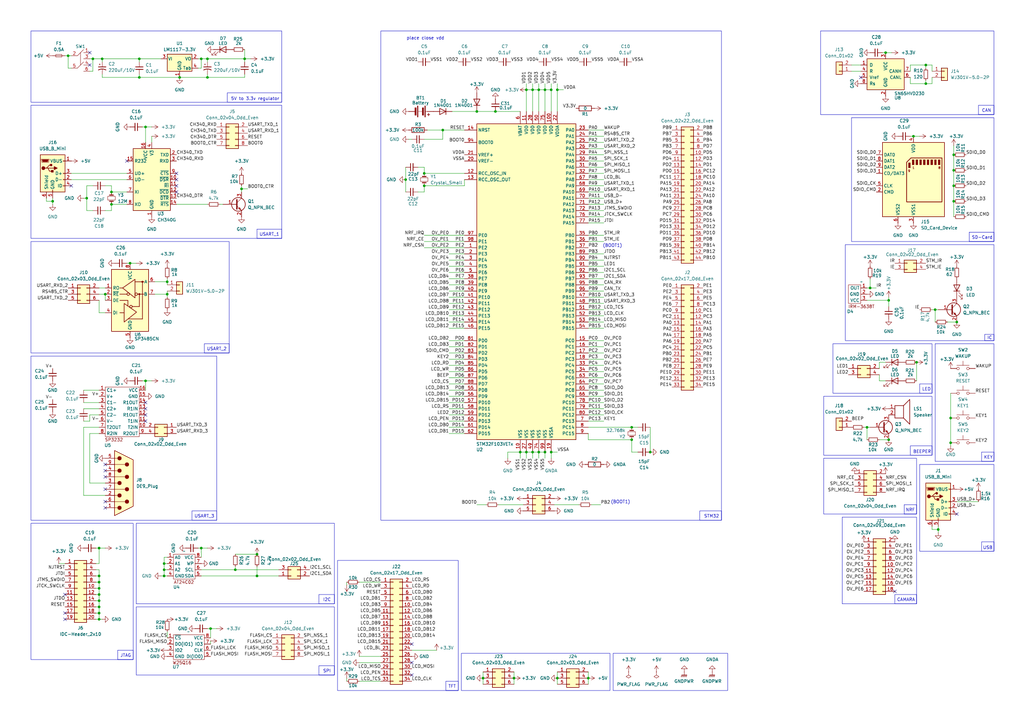
<source format=kicad_sch>
(kicad_sch (version 20231120) (generator "eeschema") (generator_version "8.0")
  (paper "A3")
  (junction (at 215.9 185.42))
  (junction (at 99.06 77.47))
  (junction (at 203.2 45.72))
  (junction (at 173.99 71.12))
  (junction (at 392.43 132.08))
  (junction (at 40.64 251.46))
  (junction (at 266.7 185.42))
  (junction (at 73.66 31.75))
  (junction (at 40.64 246.38))
  (junction (at 226.06 36.83))
  (junction (at 223.52 185.42))
  (junction (at 181.61 53.34))
  (junction (at 105.41 236.22))
  (junction (at 379.73 34.29))
  (junction (at 82.55 24.13))
  (junction (at 374.65 55.88))
  (junction (at 67.31 236.22))
  (junction (at 68.58 115.57))
  (junction (at 45.72 78.74))
  (junction (at 241.3 278.13))
  (junction (at 198.12 278.13))
  (junction (at 226.06 185.42))
  (junction (at 210.82 278.13))
  (junction (at 391.16 69.85))
  (junction (at 218.44 36.83))
  (junction (at 27.94 22.86))
  (junction (at 40.64 243.84))
  (junction (at 195.58 45.72))
  (junction (at 40.64 254))
  (junction (at 166.37 73.66))
  (junction (at 67.31 233.68))
  (junction (at 259.08 180.34))
  (junction (at 259.08 175.26))
  (junction (at 67.31 231.14))
  (junction (at 213.36 185.42))
  (junction (at 59.69 52.07))
  (junction (at 391.16 82.55))
  (junction (at 105.41 227.33))
  (junction (at 100.33 24.13))
  (junction (at 43.18 120.65))
  (junction (at 364.49 123.19))
  (junction (at 21.59 82.55))
  (junction (at 383.54 127))
  (junction (at 220.98 185.42))
  (junction (at 59.69 156.21))
  (junction (at 228.6 36.83))
  (junction (at 218.44 185.42))
  (junction (at 82.55 224.79))
  (junction (at 356.87 118.11))
  (junction (at 57.15 31.75))
  (junction (at 384.81 217.17))
  (junction (at 40.64 236.22))
  (junction (at 375.92 148.59))
  (junction (at 35.56 81.28))
  (junction (at 57.15 24.13))
  (junction (at 96.52 233.68))
  (junction (at 379.73 26.67))
  (junction (at 40.64 241.3))
  (junction (at 173.99 76.2))
  (junction (at 53.34 107.95))
  (junction (at 215.9 36.83))
  (junction (at 40.64 224.79))
  (junction (at 85.09 31.75))
  (junction (at 38.1 24.13))
  (junction (at 86.36 257.81))
  (junction (at 391.16 76.2))
  (junction (at 364.49 180.34))
  (junction (at 355.6 175.26))
  (junction (at 68.58 120.65))
  (junction (at 85.09 24.13))
  (junction (at 391.16 63.5))
  (junction (at 228.6 278.13))
  (junction (at 389.89 181.61))
  (junction (at 40.64 238.76))
  (junction (at 363.22 21.59))
  (junction (at 45.72 83.82))
  (junction (at 40.64 248.92))
  (junction (at 223.52 36.83))
  (junction (at 41.91 24.13))
  (junction (at 389.89 171.45))
  (junction (at 220.98 36.83))
  (no_connect (at 168.91 264.16))
  (no_connect (at 26.67 243.84))
  (no_connect (at 36.83 21.59))
  (no_connect (at 59.69 172.72))
  (no_connect (at 43.18 193.04))
  (no_connect (at 72.39 71.12))
  (no_connect (at 43.18 195.58))
  (no_connect (at 392.43 210.82))
  (no_connect (at 59.69 170.18))
  (no_connect (at 43.18 208.28))
  (no_connect (at 168.91 276.86))
  (no_connect (at 367.03 242.57))
  (no_connect (at 43.18 200.66))
  (no_connect (at 72.39 76.2))
  (no_connect (at 43.18 190.5))
  (no_connect (at 72.39 73.66))
  (no_connect (at 353.06 31.75))
  (no_connect (at 26.67 254))
  (no_connect (at 59.69 167.64))
  (no_connect (at 43.18 205.74))
  (no_connect (at 36.83 26.67))
  (no_connect (at 29.21 76.2))
  (no_connect (at 52.07 66.04))
  (no_connect (at 72.39 78.74))
  (no_connect (at 168.91 271.78))
  (no_connect (at 26.67 251.46))
  (no_connect (at 59.69 165.1))
  (wire (pts (xy 82.55 224.79) (xy 85.09 224.79)))
  (wire (pts (xy 147.32 271.78) (xy 156.21 271.78)))
  (wire (pts (xy 96.52 233.68) (xy 114.3 233.68)))
  (wire (pts (xy 173.99 101.6) (xy 190.5 101.6)))
  (wire (pts (xy 181.61 53.34) (xy 190.5 53.34)))
  (wire (pts (xy 241.3 111.76) (xy 247.65 111.76)))
  (wire (pts (xy 241.3 134.62) (xy 247.65 134.62)))
  (wire (pts (xy 241.3 73.66) (xy 247.65 73.66)))
  (wire (pts (xy 241.3 106.68) (xy 247.65 106.68)))
  (wire (pts (xy 266.7 175.26) (xy 266.7 185.42)))
  (wire (pts (xy 190.5 71.12) (xy 173.99 71.12)))
  (wire (pts (xy 41.91 30.48) (xy 41.91 31.75)))
  (wire (pts (xy 57.15 30.48) (xy 57.15 31.75)))
  (wire (pts (xy 29.21 73.66) (xy 52.07 73.66)))
  (wire (pts (xy 218.44 36.83) (xy 220.98 36.83)))
  (wire (pts (xy 241.3 139.7) (xy 247.65 139.7)))
  (wire (pts (xy 40.64 128.27) (xy 43.18 128.27)))
  (wire (pts (xy 82.55 224.79) (xy 82.55 228.6)))
  (wire (pts (xy 35.56 81.28) (xy 34.29 81.28)))
  (wire (pts (xy 226.06 36.83) (xy 226.06 45.72)))
  (wire (pts (xy 41.91 31.75) (xy 57.15 31.75)))
  (wire (pts (xy 379.73 26.67) (xy 382.27 26.67)))
  (wire (pts (xy 218.44 185.42) (xy 220.98 185.42)))
  (wire (pts (xy 40.64 224.79) (xy 40.64 231.14)))
  (wire (pts (xy 38.1 24.13) (xy 41.91 24.13)))
  (wire (pts (xy 373.38 29.21) (xy 373.38 26.67)))
  (wire (pts (xy 40.64 251.46) (xy 39.37 251.46)))
  (wire (pts (xy 68.58 115.57) (xy 68.58 116.84)))
  (wire (pts (xy 220.98 36.83) (xy 223.52 36.83)))
  (wire (pts (xy 204.47 207.01) (xy 214.63 207.01)))
  (wire (pts (xy 67.31 236.22) (xy 68.58 236.22)))
  (wire (pts (xy 82.55 233.68) (xy 96.52 233.68)))
  (wire (pts (xy 184.15 142.24) (xy 190.5 142.24)))
  (wire (pts (xy 259.08 185.42) (xy 259.08 180.34)))
  (wire (pts (xy 26.67 22.86) (xy 27.94 22.86)))
  (wire (pts (xy 184.15 165.1) (xy 190.5 165.1)))
  (wire (pts (xy 184.15 170.18) (xy 190.5 170.18)))
  (wire (pts (xy 220.98 185.42) (xy 220.98 187.96)))
  (wire (pts (xy 58.42 156.21) (xy 59.69 156.21)))
  (wire (pts (xy 241.3 157.48) (xy 247.65 157.48)))
  (wire (pts (xy 241.3 124.46) (xy 247.65 124.46)))
  (wire (pts (xy 45.72 76.2) (xy 45.72 78.74)))
  (wire (pts (xy 220.98 36.83) (xy 220.98 45.72)))
  (wire (pts (xy 241.3 83.82) (xy 247.65 83.82)))
  (wire (pts (xy 43.18 198.12) (xy 36.83 198.12)))
  (wire (pts (xy 354.33 175.26) (xy 355.6 175.26)))
  (wire (pts (xy 184.15 154.94) (xy 190.5 154.94)))
  (wire (pts (xy 223.52 34.29) (xy 223.52 36.83)))
  (wire (pts (xy 360.68 180.34) (xy 364.49 180.34)))
  (wire (pts (xy 373.38 26.67) (xy 379.73 26.67)))
  (wire (pts (xy 355.6 175.26) (xy 356.87 175.26)))
  (wire (pts (xy 382.27 215.9) (xy 382.27 217.17)))
  (wire (pts (xy 241.3 127) (xy 247.65 127)))
  (wire (pts (xy 215.9 36.83) (xy 215.9 45.72)))
  (wire (pts (xy 40.64 241.3) (xy 40.64 243.84)))
  (wire (pts (xy 241.3 71.12) (xy 247.65 71.12)))
  (wire (pts (xy 241.3 175.26) (xy 259.08 175.26)))
  (wire (pts (xy 208.28 187.96) (xy 208.28 185.42)))
  (wire (pts (xy 227.33 207.01) (xy 237.49 207.01)))
  (wire (pts (xy 86.36 257.81) (xy 88.9 257.81)))
  (wire (pts (xy 43.18 76.2) (xy 45.72 76.2)))
  (wire (pts (xy 184.15 149.86) (xy 190.5 149.86)))
  (wire (pts (xy 190.5 76.2) (xy 190.5 73.66)))
  (wire (pts (xy 41.91 24.13) (xy 57.15 24.13)))
  (wire (pts (xy 173.99 96.52) (xy 190.5 96.52)))
  (wire (pts (xy 389.89 161.29) (xy 389.89 171.45)))
  (wire (pts (xy 82.55 236.22) (xy 105.41 236.22)))
  (wire (pts (xy 184.15 119.38) (xy 190.5 119.38)))
  (wire (pts (xy 36.83 24.13) (xy 38.1 24.13)))
  (wire (pts (xy 184.15 109.22) (xy 190.5 109.22)))
  (wire (pts (xy 40.64 224.79) (xy 43.18 224.79)))
  (wire (pts (xy 52.07 107.95) (xy 53.34 107.95)))
  (wire (pts (xy 36.83 170.18) (xy 36.83 172.72)))
  (wire (pts (xy 184.15 104.14) (xy 190.5 104.14)))
  (wire (pts (xy 40.64 241.3) (xy 39.37 241.3)))
  (wire (pts (xy 100.33 24.13) (xy 102.87 24.13)))
  (wire (pts (xy 100.33 20.32) (xy 100.33 24.13)))
  (wire (pts (xy 40.64 254) (xy 39.37 254)))
  (wire (pts (xy 361.95 21.59) (xy 363.22 21.59)))
  (wire (pts (xy 173.99 68.58) (xy 173.99 71.12)))
  (wire (pts (xy 57.15 31.75) (xy 73.66 31.75)))
  (wire (pts (xy 85.09 24.13) (xy 100.33 24.13)))
  (wire (pts (xy 363.22 21.59) (xy 365.76 21.59)))
  (wire (pts (xy 261.62 175.26) (xy 259.08 175.26)))
  (wire (pts (xy 67.31 231.14) (xy 67.31 233.68)))
  (wire (pts (xy 241.3 162.56) (xy 247.65 162.56)))
  (wire (pts (xy 391.16 69.85) (xy 391.16 76.2)))
  (wire (pts (xy 173.99 76.2) (xy 190.5 76.2)))
  (wire (pts (xy 85.09 31.75) (xy 100.33 31.75)))
  (wire (pts (xy 66.04 236.22) (xy 67.31 236.22)))
  (wire (pts (xy 34.29 160.02) (xy 40.64 160.02)))
  (wire (pts (xy 142.24 238.76) (xy 142.24 240.03)))
  (wire (pts (xy 34.29 203.2) (xy 43.18 203.2)))
  (wire (pts (xy 82.55 24.13) (xy 82.55 27.94)))
  (wire (pts (xy 226.06 34.29) (xy 226.06 36.83)))
  (wire (pts (xy 383.54 127) (xy 384.81 127)))
  (wire (pts (xy 82.55 27.94) (xy 81.28 27.94)))
  (wire (pts (xy 72.39 83.82) (xy 85.09 83.82)))
  (wire (pts (xy 40.64 120.65) (xy 43.18 120.65)))
  (wire (pts (xy 40.64 251.46) (xy 40.64 254)))
  (wire (pts (xy 184.15 111.76) (xy 190.5 111.76)))
  (wire (pts (xy 228.6 34.29) (xy 228.6 36.83)))
  (wire (pts (xy 241.3 275.59) (xy 241.3 278.13)))
  (wire (pts (xy 96.52 227.33) (xy 105.41 227.33)))
  (wire (pts (xy 226.06 185.42) (xy 228.6 185.42)))
  (wire (pts (xy 24.13 231.14) (xy 26.67 231.14)))
  (wire (pts (xy 45.72 78.74) (xy 52.07 78.74)))
  (wire (pts (xy 228.6 278.13) (xy 228.6 280.67)))
  (wire (pts (xy 241.3 53.34) (xy 247.65 53.34)))
  (wire (pts (xy 241.3 170.18) (xy 247.65 170.18)))
  (wire (pts (xy 374.65 55.88) (xy 377.19 55.88)))
  (wire (pts (xy 63.5 120.65) (xy 68.58 120.65)))
  (wire (pts (xy 184.15 124.46) (xy 190.5 124.46)))
  (wire (pts (xy 389.89 182.88) (xy 389.89 181.61)))
  (wire (pts (xy 355.6 175.26) (xy 355.6 180.34)))
  (wire (pts (xy 27.94 27.94) (xy 29.21 27.94)))
  (wire (pts (xy 85.09 30.48) (xy 85.09 31.75)))
  (wire (pts (xy 68.58 114.3) (xy 68.58 115.57)))
  (wire (pts (xy 241.3 129.54) (xy 247.65 129.54)))
  (wire (pts (xy 59.69 156.21) (xy 59.69 160.02)))
  (wire (pts (xy 40.64 236.22) (xy 40.64 238.76)))
  (wire (pts (xy 68.58 120.65) (xy 68.58 121.92)))
  (wire (pts (xy 85.09 257.81) (xy 86.36 257.81)))
  (wire (pts (xy 379.73 26.67) (xy 379.73 27.94)))
  (wire (pts (xy 241.3 177.8) (xy 241.3 180.34)))
  (wire (pts (xy 382.27 127) (xy 383.54 127)))
  (wire (pts (xy 241.3 152.4) (xy 247.65 152.4)))
  (wire (pts (xy 382.27 217.17) (xy 384.81 217.17)))
  (wire (pts (xy 45.72 86.36) (xy 45.72 83.82)))
  (wire (pts (xy 184.15 167.64) (xy 190.5 167.64)))
  (wire (pts (xy 184.15 172.72) (xy 190.5 172.72)))
  (wire (pts (xy 241.3 147.32) (xy 247.65 147.32)))
  (wire (pts (xy 215.9 185.42) (xy 218.44 185.42)))
  (wire (pts (xy 82.55 24.13) (xy 81.28 24.13)))
  (wire (pts (xy 184.15 139.7) (xy 190.5 139.7)))
  (wire (pts (xy 195.58 207.01) (xy 199.39 207.01)))
  (wire (pts (xy 173.99 57.15) (xy 181.61 57.15)))
  (wire (pts (xy 241.3 81.28) (xy 247.65 81.28)))
  (wire (pts (xy 171.45 68.58) (xy 173.99 68.58)))
  (wire (pts (xy 215.9 36.83) (xy 218.44 36.83)))
  (wire (pts (xy 40.64 238.76) (xy 40.64 241.3)))
  (wire (pts (xy 38.1 29.21) (xy 38.1 24.13)))
  (wire (pts (xy 364.49 123.19) (xy 364.49 125.73)))
  (wire (pts (xy 218.44 34.29) (xy 218.44 36.83)))
  (wire (pts (xy 184.15 152.4) (xy 190.5 152.4)))
  (wire (pts (xy 40.64 238.76) (xy 39.37 238.76)))
  (wire (pts (xy 241.3 116.84) (xy 247.65 116.84)))
  (wire (pts (xy 241.3 58.42) (xy 247.65 58.42)))
  (wire (pts (xy 228.6 275.59) (xy 228.6 278.13)))
  (wire (pts (xy 198.12 278.13) (xy 198.12 280.67)))
  (wire (pts (xy 27.94 22.86) (xy 29.21 22.86)))
  (wire (pts (xy 355.6 123.19) (xy 364.49 123.19)))
  (wire (pts (xy 379.73 34.29) (xy 379.73 33.02)))
  (wire (pts (xy 384.81 218.44) (xy 384.81 217.17)))
  (wire (pts (xy 105.41 232.41) (xy 105.41 236.22)))
  (wire (pts (xy 81.28 224.79) (xy 82.55 224.79)))
  (wire (pts (xy 241.3 76.2) (xy 247.65 76.2)))
  (wire (pts (xy 62.23 55.88) (xy 62.23 58.42)))
  (wire (pts (xy 360.68 153.67) (xy 360.68 156.21)))
  (wire (pts (xy 184.15 177.8) (xy 190.5 177.8)))
  (wire (pts (xy 184.15 175.26) (xy 190.5 175.26)))
  (wire (pts (xy 43.18 86.36) (xy 45.72 86.36)))
  (wire (pts (xy 19.05 82.55) (xy 21.59 82.55)))
  (wire (pts (xy 73.66 31.75) (xy 85.09 31.75)))
  (wire (pts (xy 105.41 236.22) (xy 114.3 236.22)))
  (wire (pts (xy 29.21 71.12) (xy 52.07 71.12)))
  (wire (pts (xy 184.15 114.3) (xy 190.5 114.3)))
  (wire (pts (xy 40.64 246.38) (xy 39.37 246.38)))
  (wire (pts (xy 241.3 172.72) (xy 247.65 172.72)))
  (wire (pts (xy 241.3 88.9) (xy 247.65 88.9)))
  (wire (pts (xy 241.3 119.38) (xy 247.65 119.38)))
  (wire (pts (xy 184.15 160.02) (xy 190.5 160.02)))
  (wire (pts (xy 40.64 236.22) (xy 39.37 236.22)))
  (wire (pts (xy 241.3 180.34) (xy 259.08 180.34)))
  (wire (pts (xy 349.25 26.67) (xy 353.06 26.67)))
  (wire (pts (xy 173.99 99.06) (xy 190.5 99.06)))
  (wire (pts (xy 36.83 198.12) (xy 36.83 177.8)))
  (wire (pts (xy 184.15 157.48) (xy 190.5 157.48)))
  (wire (pts (xy 383.54 127) (xy 383.54 132.08)))
  (wire (pts (xy 184.15 116.84) (xy 190.5 116.84)))
  (wire (pts (xy 67.31 233.68) (xy 68.58 233.68)))
  (wire (pts (xy 99.06 76.2) (xy 99.06 77.47)))
  (wire (pts (xy 241.3 68.58) (xy 247.65 68.58)))
  (wire (pts (xy 213.36 185.42) (xy 213.36 187.96)))
  (wire (pts (xy 375.92 148.59) (xy 375.92 156.21)))
  (wire (pts (xy 215.9 34.29) (xy 215.9 36.83)))
  (wire (pts (xy 27.94 22.86) (xy 27.94 27.94)))
  (wire (pts (xy 184.15 129.54) (xy 190.5 129.54)))
  (wire (pts (xy 349.25 29.21) (xy 353.06 29.21)))
  (wire (pts (xy 40.64 246.38) (xy 40.64 248.92)))
  (wire (pts (xy 40.64 118.11) (xy 43.18 118.11)))
  (wire (pts (xy 228.6 36.83) (xy 228.6 45.72)))
  (wire (pts (xy 241.3 132.08) (xy 247.65 132.08)))
  (wire (pts (xy 241.3 149.86) (xy 247.65 149.86)))
  (wire (pts (xy 184.15 162.56) (xy 190.5 162.56)))
  (wire (pts (xy 39.37 224.79) (xy 40.64 224.79)))
  (wire (pts (xy 173.99 78.74) (xy 173.99 76.2)))
  (wire (pts (xy 40.64 243.84) (xy 40.64 246.38)))
  (wire (pts (xy 241.3 114.3) (xy 247.65 114.3)))
  (wire (pts (xy 67.31 233.68) (xy 67.31 236.22)))
  (wire (pts (xy 19.05 81.28) (xy 19.05 82.55)))
  (wire (pts (xy 86.36 257.81) (xy 86.36 261.62)))
  (wire (pts (xy 382.27 34.29) (xy 379.73 34.29)))
  (wire (pts (xy 175.26 53.34) (xy 181.61 53.34)))
  (wire (pts (xy 373.38 34.29) (xy 379.73 34.29)))
  (wire (pts (xy 147.32 269.24) (xy 156.21 269.24)))
  (wire (pts (xy 68.58 120.65) (xy 68.58 119.38)))
  (wire (pts (xy 63.5 115.57) (xy 68.58 115.57)))
  (wire (pts (xy 67.31 228.6) (xy 67.31 231.14)))
  (wire (pts (xy 360.68 148.59) (xy 363.22 148.59)))
  (wire (pts (xy 53.34 107.95) (xy 55.88 107.95)))
  (wire (pts (xy 68.58 259.08) (xy 68.58 261.62)))
  (wire (pts (xy 45.72 83.82) (xy 52.07 83.82)))
  (wire (pts (xy 223.52 36.83) (xy 223.52 45.72)))
  (wire (pts (xy 391.16 59.69) (xy 391.16 63.5)))
  (wire (pts (xy 185.42 45.72) (xy 195.58 45.72)))
  (wire (pts (xy 100.33 30.48) (xy 100.33 31.75)))
  (wire (pts (xy 241.3 142.24) (xy 247.65 142.24)))
  (wire (pts (xy 241.3 104.14) (xy 247.65 104.14)))
  (wire (pts (xy 246.38 207.01) (xy 242.57 207.01)))
  (wire (pts (xy 40.64 233.68) (xy 40.64 236.22)))
  (wire (pts (xy 226.06 185.42) (xy 226.06 187.96)))
  (wire (pts (xy 198.12 275.59) (xy 198.12 278.13)))
  (wire (pts (xy 228.6 36.83) (xy 231.14 36.83)))
  (wire (pts (xy 67.31 228.6) (xy 68.58 228.6)))
  (wire (pts (xy 388.62 132.08) (xy 392.43 132.08)))
  (wire (pts (xy 142.24 278.13) (xy 142.24 279.4)))
  (wire (pts (xy 57.15 25.4) (xy 57.15 24.13)))
  (wire (pts (xy 241.3 109.22) (xy 247.65 109.22)))
  (wire (pts (xy 85.09 24.13) (xy 85.09 25.4)))
  (wire (pts (xy 40.64 123.19) (xy 40.64 128.27)))
  (wire (pts (xy 241.3 121.92) (xy 247.65 121.92)))
  (wire (pts (xy 43.18 120.65) (xy 43.18 123.19)))
  (wire (pts (xy 241.3 99.06) (xy 247.65 99.06)))
  (wire (pts (xy 373.38 55.88) (xy 374.65 55.88)))
  (wire (pts (xy 356.87 118.11) (xy 356.87 114.3)))
  (wire (pts (xy 373.38 31.75) (xy 373.38 34.29)))
  (wire (pts (xy 101.6 77.47) (xy 99.06 77.47)))
  (wire (pts (xy 59.69 156.21) (xy 62.23 156.21)))
  (wire (pts (xy 166.37 73.66) (xy 166.37 78.74)))
  (wire (pts (xy 184.15 132.08) (xy 190.5 132.08)))
  (wire (pts (xy 210.82 278.13) (xy 210.82 280.67)))
  (wire (pts (xy 58.42 52.07) (xy 59.69 52.07)))
  (wire (pts (xy 96.52 232.41) (xy 96.52 233.68)))
  (wire (pts (xy 40.64 243.84) (xy 39.37 243.84)))
  (wire (pts (xy 99.06 77.47) (xy 99.06 78.74)))
  (wire (pts (xy 241.3 96.52) (xy 247.65 96.52)))
  (wire (pts (xy 356.87 118.11) (xy 355.6 118.11)))
  (wire (pts (xy 40.64 175.26) (xy 34.29 175.26)))
  (wire (pts (xy 36.83 177.8) (xy 40.64 177.8)))
  (wire (pts (xy 181.61 57.15) (xy 181.61 53.34)))
  (wire (pts (xy 184.15 106.68) (xy 190.5 106.68)))
  (wire (pts (xy 184.15 134.62) (xy 190.5 134.62)))
  (wire (pts (xy 36.83 29.21) (xy 38.1 29.21)))
  (wire (pts (xy 179.07 266.7) (xy 168.91 266.7)))
  (wire (pts (xy 364.49 121.92) (xy 364.49 123.19)))
  (wire (pts (xy 34.29 165.1) (xy 40.64 165.1)))
  (wire (pts (xy 40.64 248.92) (xy 39.37 248.92)))
  (wire (pts (xy 391.16 63.5) (xy 391.16 69.85)))
  (wire (pts (xy 21.59 83.82) (xy 21.59 82.55)))
  (wire (pts (xy 195.58 45.72) (xy 203.2 45.72)))
  (wire (pts (xy 360.68 151.13) (xy 360.68 148.59)))
  (wire (pts (xy 392.43 205.74) (xy 401.32 205.74)))
  (wire (pts (xy 241.3 86.36) (xy 247.65 86.36)))
  (wire (pts (xy 384.81 217.17) (xy 384.81 215.9)))
  (wire (pts (xy 241.3 66.04) (xy 247.65 66.04)))
  (wire (pts (xy 220.98 185.42) (xy 223.52 185.42)))
  (wire (pts (xy 41.91 25.4) (xy 41.91 24.13)))
  (wire (pts (xy 35.56 76.2) (xy 35.56 81.28)))
  (wire (pts (xy 241.3 55.88) (xy 247.65 55.88)))
  (wire (pts (xy 215.9 185.42) (xy 215.9 187.96)))
  (wire (pts (xy 82.55 24.13) (xy 85.09 24.13)))
  (wire (pts (xy 67.31 231.14) (xy 68.58 231.14)))
  (wire (pts (xy 35.56 81.28) (xy 35.56 86.36)))
  (wire (pts (xy 241.3 154.94) (xy 247.65 154.94)))
  (wire (pts (xy 241.3 165.1) (xy 247.65 165.1)))
  (wire (pts (xy 41.91 254) (xy 40.64 254)))
  (wire (pts (xy 356.87 118.11) (xy 359.41 118.11)))
  (wire (pts (xy 34.29 175.26) (xy 34.29 203.2)))
  (wire (pts (xy 382.27 31.75) (xy 382.27 34.29)))
  (wire (pts (xy 203.2 45.72) (xy 213.36 45.72)))
  (wire (pts (xy 218.44 185.42) (xy 218.44 187.96)))
  (wire (pts (xy 241.3 91.44) (xy 247.65 91.44)))
  (wire (pts (xy 147.32 279.4) (xy 156.21 279.4)))
  (wire (pts (xy 220.98 34.29) (xy 220.98 36.83)))
  (wire (pts (xy 36.83 172.72) (xy 34.29 172.72)))
  (wire (pts (xy 167.64 57.15) (xy 168.91 57.15)))
  (wire (pts (xy 223.52 185.42) (xy 223.52 187.96)))
  (wire (pts (xy 147.32 238.76) (xy 156.21 238.76)))
  (wire (pts (xy 213.36 185.42) (xy 215.9 185.42)))
  (wire (pts (xy 360.68 156.21) (xy 363.22 156.21)))
  (wire (pts (xy 34.29 167.64) (xy 40.64 167.64)))
  (wire (pts (xy 241.3 278.13) (xy 241.3 280.67)))
  (wire (pts (xy 389.89 171.45) (xy 389.89 181.61)))
  (wire (pts (xy 59.69 52.07) (xy 59.69 58.42)))
  (wire (pts (xy 210.82 275.59) (xy 210.82 278.13)))
  (wire (pts (xy 218.44 36.83) (xy 218.44 45.72)))
  (wire (pts (xy 21.59 82.55) (xy 21.59 81.28)))
  (wire (pts (xy 40.64 231.14) (xy 39.37 231.14)))
  (wire (pts (xy 208.28 185.42) (xy 213.36 185.42)))
  (wire (pts (xy 241.3 167.64) (xy 247.65 167.64)))
  (wire (pts (xy 57.15 24.13) (xy 66.04 24.13)))
  (wire (pts (xy 391.16 76.2) (xy 391.16 82.55)))
  (wire (pts (xy 184.15 121.92) (xy 190.5 121.92)))
  (wire (pts (xy 184.15 127) (xy 190.5 127)))
  (wire (pts (xy 100.33 25.4) (xy 100.33 24.13)))
  (wire (pts (xy 241.3 160.02) (xy 247.65 160.02)))
  (wire (pts (xy 40.64 248.92) (xy 40.64 251.46)))
  (wire (pts (xy 184.15 144.78) (xy 190.5 144.78)))
  (wire (pts (xy 241.3 144.78) (xy 247.65 144.78)))
  (wire (pts (xy 62.23 52.07) (xy 59.69 52.07)))
  (wire (pts (xy 40.64 170.18) (xy 36.83 170.18)))
  (wire (pts (xy 90.17 83.82) (xy 91.44 83.82)))
  (wire (pts (xy 184.15 147.32) (xy 190.5 147.32)))
  (wire (pts (xy 241.3 63.5) (xy 247.65 63.5)))
  (wire (pts (xy 382.27 26.67) (xy 382.27 29.21)))
  (wire (pts (xy 40.64 233.68) (xy 39.37 233.68)))
  (wire (pts (xy 241.3 78.74) (xy 247.65 78.74)))
  (wire (pts (xy 166.37 68.58) (xy 166.37 73.66)))
  (wire (pts (xy 171.45 78.74) (xy 173.99 78.74)))
  (wire (pts (xy 35.56 76.2) (xy 38.1 76.2)))
  (wire (pts (xy 241.3 60.96) (xy 247.65 60.96)))
  (wire (pts (xy 35.56 86.36) (xy 38.1 86.36)))
  (wire (pts (xy 86.36 262.89) (xy 86.36 264.16)))
  (wire (pts (xy 223.52 36.83) (xy 226.06 36.83)))
  (wire (pts (xy 261.62 185.42) (xy 259.08 185.42)))
  (wire (pts (xy 391.16 82.55) (xy 391.16 88.9)))
  (rectangle (start 93.218 38.1) (end 115.57 41.91))
  (rectangle (start 12.7 214.63) (end 54.61 270.51))
  (rectangle (start 182.88 279.4) (end 187.96 283.21))
  (rectangle (start 367.03 243.84) (end 375.92 247.65))
  (rectangle (start 397.51 95.25) (end 407.67 99.06))
  (rectangle (start 130.81 243.84) (end 137.16 247.65))
  (rectangle (start 337.82 187.96) (end 375.92 210.82))
  (rectangle (start 55.88 214.63) (end 137.16 247.65))
  (rectangle (start 337.82 162.56) (end 382.27 186.69))
  (rectangle (start 156.21 12.7) (end 295.91 213.36))
  (rectangle (start 402.59 222.25) (end 407.67 226.06))
  (rectangle (start 12.7 12.7) (end 115.57 41.91))
  (rectangle (start 377.19 190.5) (end 407.67 226.06))
  (rectangle (start 83.82 140.97) (end 93.98 144.78))
  (rectangle (start 130.81 273.05) (end 137.16 276.86))
  (rectangle (start 48.26 266.7) (end 54.61 270.51))
  (rectangle (start 251.46 267.97) (end 298.45 283.21))
  (rectangle (start 341.63 140.97) (end 382.27 161.29))
  (rectangle (start 401.32 43.18) (end 407.67 46.99))
  (rectangle (start 55.88 248.92) (end 137.16 276.86))
  (rectangle (start 370.84 207.01) (end 375.92 210.82))
  (rectangle (start 105.41 93.98) (end 115.57 97.79))
  (rectangle (start 403.86 137.16) (end 407.67 139.7))
  (rectangle (start 377.19 157.48) (end 382.27 161.29))
  (rectangle (start 383.54 140.97) (end 407.67 189.23))
  (rectangle (start 345.44 212.09) (end 375.92 247.65))
  (rectangle (start 287.02 209.55) (end 295.91 213.36))
  (rectangle (start 138.43 229.87) (end 187.96 283.21))
  (rectangle (start 78.74 209.55) (end 88.9 213.36))
  (rectangle (start 373.38 182.88) (end 382.27 186.69))
  (rectangle (start 189.23 267.97) (end 250.19 283.21))
  (rectangle (start 12.7 43.18) (end 115.57 97.79))
  (rectangle (start 349.25 48.26) (end 407.67 99.06))
  (rectangle (start 336.55 12.7) (end 407.67 46.99))
  (rectangle (start 346.71 100.33) (end 407.67 139.7))
  (rectangle (start 12.7 99.06) (end 93.98 144.78))
  (rectangle (start 12.7 146.05) (end 88.9 213.36))
  (rectangle (start 402.59 185.42) (end 407.67 189.23))
  (text "CAN\n" (at 404.622 45.466 0) (effects (font (size 1.27 1.27))))
  (text "USART_2\n\n" (at 88.9 144.272 0) (effects (font (size 1.27 1.27))))
  (text "KEY" (at 405.384 187.706 0) (effects (font (size 1.27 1.27))))
  (text "BEEPER" (at 378.206 185.42 0) (effects (font (size 1.27 1.27))))
  (text "STM32" (at 291.846 211.836 0) (effects (font (size 1.27 1.27))))
  (text "I2C" (at 134.112 246.126 0) (effects (font (size 1.27 1.27))))
  (text "LED" (at 379.984 159.766 0) (effects (font (size 1.27 1.27))))
  (text "5V to 3.3v regulator" (at 104.648 40.64 0) (effects (font (size 1.27 1.27))))
  (text "USB" (at 405.13 224.79 0) (effects (font (size 1.27 1.27))))
  (text "CAMARA" (at 371.602 246.126 0) (effects (font (size 1.27 1.27))))
  (text "TFT" (at 185.42 281.686 0) (effects (font (size 1.27 1.27))))
  (text "JTAG\n" (at 51.562 268.986 0) (effects (font (size 1.27 1.27))))
  (text "SPI\n" (at 134.112 275.336 0) (effects (font (size 1.27 1.27))))
  (text "NRF" (at 373.38 209.296 0) (effects (font (size 1.27 1.27))))
  (text "USART_1" (at 110.49 96.266 0) (effects (font (size 1.27 1.27))))
  (text "place close vdd\n" (at 174.498 15.748 0) (effects (font (size 1.27 1.27))))
  (text "USART_3\n" (at 83.82 211.836 0) (effects (font (size 1.27 1.27))))
  (text "(BOOT1)" (at 254.508 205.994 0) (effects (font (size 1.27 1.27))))
  (text "SD-Card" (at 402.844 97.536 0) (effects (font (size 1.27 1.27))))
  (text "IC" (at 405.892 138.684 0) (effects (font (size 1.27 1.27))))
  (text "(BOOT1)" (at 251.206 100.838 0) (effects (font (size 1.27 1.27))))
  (label "IE" (at 367.03 110.49 180))
  (label "PD11" (at 190.5 167.64 180))
  (label "PD12" (at 288.29 93.98 0))
  (label "LCD_DB5" (at 156.21 251.46 180))
  (label "WAKUP" (at 247.65 53.34 0))
  (label "PA8" (at 288.29 83.82 0))
  (label "SDIO_CK" (at 247.65 170.18 0))
  (label "STM_IR" (at 247.65 96.52 0))
  (label "PB8" (at 241.3 116.84 0))
  (label "PE3" (at 190.5 104.14 180))
  (label "VSS3" (at 209.55 25.4 0))
  (label "USART_RXD_2" (at 247.65 60.96 0))
  (label "LCD_DB8" (at 168.91 254 0))
  (label "LCD_RD" (at 168.91 241.3 0))
  (label "OV_PC5" (at 247.65 152.4 0))
  (label "PC0" (at 275.59 128.27 180))
  (label "V+" (at 21.59 151.13 180))
  (label "PB1" (at 241.3 99.06 0))
  (label "SDIO_CMD" (at 359.41 78.74 180))
  (label "VSSA" (at 190.5 66.04 180))
  (label "PD13" (at 275.59 93.98 180))
  (label "PD3" (at 288.29 66.04 0))
  (label "STM_IR" (at 379.73 107.95 0))
  (label "OV_PC1" (at 354.33 232.41 180))
  (label "NJTRST" (at 247.65 106.68 0))
  (label "LCD_DB4" (at 168.91 248.92 0))
  (label "IR" (at 359.41 118.11 0))
  (label "VSSA" (at 259.08 25.4 0))
  (label "LCD_DB1" (at 184.15 177.8 180))
  (label "LCD_DB12" (at 168.91 259.08 0))
  (label "USB_D-" (at 392.43 208.28 0))
  (label "PD10" (at 190.5 165.1 180))
  (label "PE6" (at 275.59 125.73 180))
  (label "PA13" (at 241.3 86.36 0))
  (label "VDD1" (at 171.45 25.4 180))
  (label "OV_PC2" (at 247.65 144.78 0))
  (label "SDIO_D2" (at 396.24 76.2 0))
  (label "FLASH_MOSI" (at 111.76 269.24 180))
  (label "CAN_TX" (at 247.65 119.38 0))
  (label "OV_PC6" (at 367.03 237.49 0))
  (label "LCD_DB14" (at 168.91 261.62 0))
  (label "USART_RXD_3" (at 247.65 124.46 0))
  (label "OV_PC3" (at 354.33 234.95 180))
  (label "PD14" (at 288.29 91.44 0))
  (label "RS485_CTR" (at 247.65 55.88 0))
  (label "PC8" (at 241.3 160.02 0))
  (label "PB11" (at 275.59 106.68 180))
  (label "PD14" (at 190.5 175.26 180))
  (label "OV_PC5" (at 354.33 237.49 180))
  (label "LCD_DB0" (at 184.15 175.26 180))
  (label "PC1" (at 288.29 128.27 0))
  (label "NRF_CE" (at 173.99 99.06 180))
  (label "SPI_SCK_1" (at 124.46 264.16 0))
  (label "SDIO_D1" (at 247.65 162.56 0))
  (label "PB12" (at 288.29 104.14 0))
  (label "SDIO_D3" (at 359.41 71.12 180))
  (label "PC5" (at 241.3 152.4 0))
  (label "PE1" (at 288.29 118.11 0))
  (label "PD13" (at 190.5 172.72 180))
  (label "LCD_DB11" (at 184.15 132.08 180))
  (label "CH340_TXD" (at 72.39 63.5 0))
  (label "KEY2" (at 400.05 181.61 0))
  (label "VSS3" (at 218.44 187.96 270))
  (label "NRF_CSN" (at 173.99 101.6 180))
  (label "OV_PC7" (at 247.65 157.48 0))
  (label "PB7" (at 241.3 114.3 0))
  (label "PC9" (at 241.3 162.56 0))
  (label "FLASH_LCK" (at 111.76 264.16 180))
  (label "PC12" (at 241.3 170.18 0))
  (label "PB14" (at 288.29 101.6 0))
  (label "OV_PE0" (at 184.15 96.52 180))
  (label "BOOT0" (at 190.5 58.42 180))
  (label "VDDA" (at 254 25.4 180))
  (label "STM_IE" (at 247.65 99.06 0))
  (label "SPI_SCK_1" (at 350.52 199.39 180))
  (label "PA2" (at 275.59 135.89 180))
  (label "I2C1_SCL" (at 247.65 111.76 0))
  (label "PE1" (at 190.5 99.06 180))
  (label "PD2" (at 190.5 144.78 180))
  (label "OV_PE6" (at 184.15 111.76 180))
  (label "PD7" (at 190.5 157.48 180))
  (label "PD9" (at 190.5 162.56 180))
  (label "PB2" (at 241.3 101.6 0))
  (label "PE10" (at 190.5 121.92 180))
  (label "LCD_DB6" (at 168.91 251.46 0))
  (label "CH340_RXD" (at 88.9 52.07 180))
  (label "LCD_DB12" (at 184.15 134.62 180))
  (label "PA4" (at 275.59 138.43 180))
  (label "OV_PE4" (at 354.33 229.87 180))
  (label "BOOT0_CTR" (at 101.6 77.47 0))
  (label "PB8" (at 288.29 53.34 0))
  (label "PD6" (at 275.59 63.5 180))
  (label "LCD_DB6" (at 184.15 119.38 180))
  (label "USB_D+" (at 392.43 205.74 0))
  (label "OV_PC4" (at 367.03 234.95 0))
  (label "SDIO_D1" (at 359.41 66.04 180))
  (label "SPI_MOSI_1" (at 363.22 199.39 0))
  (label "I2C1_SDA" (at 127 236.22 0))
  (label "PC2" (at 241.3 144.78 0))
  (label "JTCK_SWCLK" (at 247.65 88.9 0))
  (label "KEY1" (at 247.65 172.72 0))
  (label "PA5" (at 288.29 138.43 0))
  (label "LCD_CS" (at 184.15 157.48 180))
  (label "PC5" (at 288.29 143.51 0))
  (label "FLASH_CS" (at 111.76 261.62 180))
  (label "PD11" (at 275.59 96.52 180))
  (label "PD15" (at 190.5 177.8 180))
  (label "JTDI" (at 247.65 91.44 0))
  (label "FLASH_MOSI" (at 86.36 269.24 0))
  (label "VSS4" (at 220.98 187.96 270))
  (label "PB15" (at 275.59 101.6 180))
  (label "PC0" (at 241.3 139.7 0))
  (label "LCD_CLK" (at 247.65 129.54 0))
  (label "USART_TXD_1" (at 247.65 76.2 0))
  (label "V+" (at 40.64 162.56 180))
  (label "PE9" (at 288.29 151.13 0))
  (label "IR" (at 367.03 107.95 180))
  (label "PD4" (at 275.59 66.04 180))
  (label "RESET" (at 400.05 161.29 0))
  (label "PA7" (at 241.3 71.12 0))
  (label "OV_PE2" (at 354.33 227.33 180))
  (label "LCD_TCS" (at 247.65 127 0))
  (label "KEY1" (at 400.05 171.45 0))
  (label "VSS5" (at 242.57 25.4 0))
  (label "LCD_MOSI" (at 168.91 274.32 0))
  (label "SDIO_D2" (at 359.41 68.58 180))
  (label "LCD_MOSI" (at 247.65 134.62 0))
  (label "OV_PE4" (at 184.15 106.68 180))
  (label "PA14" (at 288.29 76.2 0))
  (label "PE0" (at 190.5 96.52 180))
  (label "SDIO_D0" (at 359.41 63.5 180))
  (label "V3.3V" (at 236.22 44.45 180))
  (label "PB2" (at 275.59 148.59 180))
  (label "LCD_DB5" (at 184.15 116.84 180))
  (label "VSS4" (at 226.06 25.4 0))
  (label "PB10" (at 241.3 121.92 0))
  (label "PE10" (at 275.59 153.67 180))
  (label "USART_RXD_3" (at 72.39 177.8 0))
  (label "PA0" (at 241.3 53.34 0))
  (label "PD3" (at 190.5 147.32 180))
  (label "LCD_DB10" (at 168.91 256.54 0))
  (label "LCD_BL" (at 156.21 266.7 180))
  (label "PA3" (at 288.29 135.89 0))
  (label "USART_RXD_2" (at 27.94 118.11 180))
  (label "PC2" (at 275.59 130.81 180))
  (label "RS485_CTR" (at 27.94 120.65 180))
  (label "JTMS_SWDIO" (at 247.65 86.36 0))
  (label "PE13" (at 288.29 156.21 0))
  (label "LCD_DB0" (at 168.91 243.84 0))
  (label "LCD_RS" (at 168.91 238.76 0))
  (label "OV_PE5" (at 184.15 109.22 180))
  (label "PB13" (at 275.59 104.14 180))
  (label "PA0" (at 275.59 133.35 180))
  (label "PB0" (at 241.3 96.52 0))
  (label "PE15" (at 288.29 158.75 0))
  (label "PA12" (at 288.29 78.74 0))
  (label "SPI_NSS_1" (at 124.46 261.62 0))
  (label "OV_PC3" (at 247.65 147.32 0))
  (label "SPI_MISO_1" (at 350.52 201.93 180))
  (label "PB12" (at 241.3 127 0))
  (label "OV_PE1" (at 184.15 99.06 180))
  (label "PC3" (at 288.29 130.81 0))
  (label "SPI_NSS_1" (at 247.65 63.5 0))
  (label "PA6" (at 241.3 68.58 0))
  (label "LCD_TCS" (at 156.21 279.4 180))
  (label "PE2" (at 190.5 101.6 180))
  (label "RESET" (at 101.6 57.15 0))
  (label "I2C1_SCL" (at 127 233.68 0))
  (label "PD2" (at 275.59 68.58 180))
  (label "RESET" (at 190.5 53.34 180))
  (label "PC13" (at 288.29 125.73 0))
  (label "LED1" (at 247.65 109.22 0))
  (label "PD1" (at 288.29 68.58 0))
  (label "VSS2" (at 193.04 25.4 0))
  (label "LCD_DB15" (at 156.21 264.16 180))
  (label "SDIO_CMD" (at 396.24 88.9 0))
  (label "LED2" (at 184.15 170.18 180))
  (label "VDD2" (at 218.44 34.29 90))
  (label "CH340_RXD" (at 72.39 66.04 0))
  (label "PE0" (at 275.59 118.11 180))
  (label "PA9" (at 275.59 83.82 180))
  (label "PA13" (at 275.59 78.74 180))
  (label "PB1" (at 288.29 146.05 0))
  (label "VSS1" (at 176.53 25.4 0))
  (label "SDIO_D0" (at 396.24 63.5 0))
  (label "PB11" (at 241.3 124.46 0))
  (label "PD9" (at 275.59 99.06 180))
  (label "FLASH_LCK" (at 86.36 266.7 0))
  (label "PC7" (at 241.3 157.48 0))
  (label "PC9" (at 275.59 86.36 180))
  (label "PC11" (at 275.59 73.66 180))
  (label "PB3" (at 275.59 60.96 180))
  (label "NRF_IRQ" (at 173.99 96.52 180))
  (label "LCD_DB7" (at 184.15 121.92 180))
  (label "VDD1" (at 215.9 34.29 90))
  (label "FLASH_CS" (at 68.58 261.62 180))
  (label "LCD_MISO" (at 156.21 274.32 180))
  (label "PE12" (at 190.5 127 180))
  (label "PD1" (at 190.5 142.24 180))
  (label "WAKUP" (at 400.05 151.13 0))
  (label "RESET" (at 156.21 243.84 180))
  (label "PD0" (at 190.5 139.7 180))
  (label "PA6" (at 275.59 140.97 180))
  (label "CH340_DTR" (at 88.9 57.15 180))
  (label "FLASH_MISO" (at 111.76 266.7 180))
  (label "USB_D-" (at 247.65 81.28 0))
  (label "PE13" (at 190.5 129.54 180))
  (label "PB5" (at 241.3 109.22 0))
  (label "USART_TXD_2" (at 27.94 123.19 180))
  (label "USART_RXD_1" (at 101.6 54.61 0))
  (label "SDIO_D2" (at 247.65 165.1 0))
  (label "PA11" (at 275.59 81.28 180))
  (label "PE4" (at 275.59 123.19 180))
  (label "PC4" (at 241.3 149.86 0))
  (label "LCD_DB14" (at 184.15 162.56 180))
  (label "OV_PE5" (at 367.03 240.03 0))
  (label "OV_PE3" (at 367.03 227.33 0))
  (label "PE14" (at 275.59 158.75 180))
  (label "NRF_IRQ" (at 363.22 201.93 0))
  (label "PB2" (at 246.38 207.01 0))
  (label "PC10" (at 288.29 73.66 0))
  (label "PC1" (at 241.3 142.24 0))
  (label "SDIO_D3" (at 396.24 82.55 0))
  (label "OV_PE3" (at 184.15 104.14 180))
  (label "LCD_DB8" (at 184.15 124.46 180))
  (label "PB9" (at 241.3 119.38 0))
  (label "PE8" (at 190.5 116.84 180))
  (label "VSS2" (at 215.9 187.96 270))
  (label "FLASH_MISO" (at 68.58 264.16 180))
  (label "PB13" (at 241.3 129.54 0))
  (label "PD12" (at 190.5 170.18 180))
  (label "PA3" (at 241.3 60.96 0))
  (label "PD4" (at 190.5 149.86 180))
  (label "PA5" (at 241.3 66.04 0))
  (label "NRF_CSN" (at 363.22 196.85 0))
  (label "PE3" (at 288.29 120.65 0))
  (label "PD7" (at 288.29 60.96 0))
  (label "VSS5" (at 223.52 187.96 270))
  (label "PD0" (at 275.59 71.12 180))
  (label "PB9" (at 275.59 53.34 180))
  (label "OV_PE1" (at 367.03 224.79 0))
  (label "PE6" (at 190.5 111.76 180))
  (label "OV_PE2" (at 184.15 101.6 180))
  (label "JTCK_SWCLK" (at 26.67 241.3 180))
  (label "LCD_DB11" (at 156.21 259.08 180))
  (label "PA9" (at 241.3 76.2 0))
  (label "PB14" (at 241.3 132.08 0))
  (label "LCD_DB4" (at 184.15 114.3 180))
  (label "PC6" (at 241.3 154.94 0))
  (label "PD5" (at 288.29 63.5 0))
  (label "V3.3V" (at 228.6 34.29 90))
  (label "SPI_MOSI_1" (at 247.65 71.12 0))
  (label "SDIO_D1" (at 396.24 69.85 0))
  (label "SPI_MISO_1" (at 247.65 68.58 0))
  (label "LCD_DB1" (at 156.21 246.38 180))
  (label "SDIO_D0" (at 247.65 160.02 0))
  (label "OV_PC0" (at 367.03 229.87 0))
  (label "PA15" (at 275.59 76.2 180))
  (label "PC8" (at 288.29 86.36 0))
  (label "CH340_TXD" (at 88.9 54.61 180))
  (label "LCD_BL" (at 247.65 73.66 0))
  (label "USART_TXD_3" (at 247.65 121.92 0))
  (label "LCD_DB9" (at 184.15 127 180))
  (label "PA1" (at 241.3 55.88 0))
  (label "PA10" (at 288.29 81.28 0))
  (label "VDD5" (at 226.06 34.29 90))
  (label "PC7" (at 275.59 88.9 180))
  (label "OV_PE0" (at 354.33 224.79 180))
  (label "PC11" (at 241.3 167.64 0))
  (label "PD6" (at 190.5 154.94 180))
  (label "OV_PC1" (at 247.65 142.24 0))
  (label "PE12" (at 275.59 156.21 180))
  (label "VDD2" (at 187.96 25.4 180))
  (label "VSSA" (at 228.6 185.42 0))
  (label "PA8" (at 241.3 73.66 0))
  (label "LCD_DB2" (at 184.15 139.7 180))
  (label "KEY2" (at 184.15 147.32 180))
  (label "USART_TXD_1" (at 101.6 52.07 0))
  (label "LCD_CS" (at 156.21 238.76 180))
  (label "LCD_DB2" (at 168.91 246.38 0))
  (label "OV_PC7" (at 354.33 240.03 180))
  (label "OV_PC6" (at 247.65 154.94 0))
  (label "PE7" (at 190.5 114.3 180))
  (label "PB0" (at 275.59 146.05 180))
  (label "PA2" (at 241.3 58.42 0))
  (label "PE11" (at 288.29 153.67 0))
  (label "PB10" (at 288.29 106.68 0))
  (label "VDD4" (at 220.98 25.4 180))
  (label "VSS1" (at 213.36 187.96 270))
  (label "BEEP" (at 184.15 154.94 180))
  (label "JTDO" (at 247.65 104.14 0))
  (label "SPI_SCK_1" (at 247.65 66.04 0))
  (label "SPI_MOSI_1" (at 124.46 269.24 0))
  (label "PD5" (at 190.5 152.4 180))
  (label "LCD_WR" (at 184.15 152.4 180))
  (label "PD10" (at 288.29 96.52 0))
  (label "PE2" (at 275.59 120.65 180))
  (label "USART_TXD_3" (at 72.39 175.26 0))
  (label "PE5" (at 190.5 109.22 180))
  (label "PE15" (at 190.5 134.62 180))
  (label "LCD_PEN" (at 184.15 172.72 180))
  (label "JTMS_SWDIO" (at 26.67 238.76 180))
  (label "JTDO" (at 26.67 246.38 180))
  (label "OV_PC2" (at 367.03 232.41 0))
  (label "NJTRST" (at 26.67 233.68 180))
  (label "LCD_DB3" (at 156.21 248.92 180))
  (label "RESET" (at 26.67 248.92 180))
  (label "PA12" (at 241.3 83.82 0))
  (label "SDIO_D3" (at 247.65 167.64 0))
  (label "PB7" (at 275.59 55.88 180))
  (label "PC6" (at 288.29 88.9 0))
  (label "CH340_DTR" (at 72.39 81.28 0))
  (label "LCD_DB15" (at 184.15 165.1 180))
  (label "LCD_CLK" (at 168.91 279.4 0))
  (label "OV_PC4" (at 247.65 149.86 0))
  (label "OV_PE6" (at 354.33 242.57 180))
  (label "SPI_MISO_1" (at 124.46 266.7 0))
  (label "I2C1_SDA" (at 247.65 114.3 0))
  (label "LCD_DB3" (at 184.15 142.24 180))
  (label "OV_PC0" (at 247.65 139.7 0))
  (label "USART_RXD_1" (at 247.65 78.74 0))
  (label "VDD4" (at 223.52 34.29 90))
  (label "SDIO_CMD" (at 184.15 144.78 180))
  (label "PC3" (at 241.3 147.32 0))
  (label "LCD_WR" (at 156.21 241.3 180))
  (label "PD15" (at 275.59 91.44 180))
  (label "CAN_RX" (at 247.65 116.84 0))
  (label "BEEP" (at 349.25 172.72 0))
  (label "V-" (at 21.59 163.83 180))
  (label "BOOT0" (at 101.6 59.69 0))
  (label "LCD_DB13" (at 184.15 160.02 180))
  (label "PA7" (at 288.29 140.97 0))
  (label "PE11" (at 190.5 124.46 180))
  (label "PB15" (at 241.3 134.62 0))
  (label "BOOT0_CTR" (at 88.9 59.69 180))
  (label "PA10" (at 241.3 78.74 0))
  (label "PA14" (at 241.3 88.9 0))
  (label "STM_IE" (at 379.73 110.49 0))
  (label "PC13" (at 241.3 172.72 0))
  (label "LCD_DB9" (at 156.21 256.54 180))
  (label "LCD_PEN" (at 156.21 276.86 180))
  (label "LCD_RS" (at 184.15 167.64 180))
  (label "PD8" (at 190.5 160.02 180))
  (label "LCD_DB7" (at 156.21 254 180))
  (label "BOOT0" (at 195.58 207.01 180))
  (label "USART_TXD_2" (at 247.65 58.42 0))
  (label "PB6" (at 241.3 111.76 0))
  (label "PB6" (at 288.29 55.88 0))
  (label "LED2" (at 347.98 153.67 180))
  (label "PA4" (at 241.3 63.5 0))
  (label "PC4" (at 275.59 143.51 180))
  (label "LCD_MISO" (at 247.65 132.08 0))
  (label "PA1" (at 288.29 133.35 0))
  (label "V-" (at 40.64 172.72 180))
  (label "PB5" (at 275.59 58.42 180))
  (label "PB4" (at 241.3 106.68 0))
  (label "LED1" (at 347.98 151.13 180))
  (label "PC12" (at 288.29 71.12 0))
  (label "PE14" (at 190.5 132.08 180))
  (label "PC10" (at 241.3 165.1 0))
  (label "LCD_DB10" (at 184.15 129.54 180))
  (label "PD8" (at 288.29 99.06 0))
  (label "PE7" (at 288.29 148.59 0))
  (label "NRF_CE" (at 350.52 196.85 180))
  (label "PB3" (at 241.3 104.14 0))
  (label "VDDA" (at 190.5 63.5 180))
  (label "PE5" (at 288.29 123.19 0))
  (label "PE9" (at 190.5 119.38 180))
  (label "PE4" (at 190.5 106.68 180))
  (label "IE" (at 377.19 127 180))
  (label "SDIO_CK" (at 359.41 76.2 180))
  (label "PB4" (at 288.29 58.42 0))
  (label "JTDI" (at 26.67 236.22 180))
  (label "USB_D+" (at 247.65 83.82 0))
  (label "PA11" (at 241.3 81.28 0))
  (label "VDD3" (at 220.98 34.29 90))
  (label "VDDA" (at 231.14 36.83 0))
  (label "PA15" (at 241.3 91.44 0))
  (label "PE8" (at 275.59 151.13 180))
  (label "VDD3" (at 204.47 25.4 180))
  (label "LCD_RD" (at 184.15 149.86 180))
  (label "VDD5" (at 237.49 25.4 180))
  (label "LCD_DB13" (at 156.21 261.62 180))
  (symbol (lib_id "power:GND") (at 34.29 81.28 270) (unit 1)
    (property "Reference" "#PWR025" (effects (hide yes)))
    (property "Value" "GND" (at 30.48 81.2799 90) (effects (justify right)))
    (property "Description" "Power symbol creates a global label with name \"GND\" , ground" (effects (hide yes)))
  )
  (symbol (lib_id "Device:Speaker") (at 369.57 167.64 0) (unit 1)
    (property "Reference" "LS1" (at 374.65 167.6399 0) (effects (justify left)))
    (property "Value" "Speaker" (at 374.65 170.1799 0) (effects (justify left)))
    (property "Footprint" "STM32_learning_footprint_lib:Beeper9mm" (effects (hide yes)))
    (property "Description" "Speaker" (effects (hide yes)))
  )
  (symbol (lib_id "HKUST_RT_RCL:Crystal_Small") (at 173.99 73.66 90) (unit 1)
    (property "Reference" "Y1" (at 176.53 72.3899 90) (effects (justify right)))
    (property "Value" "Crystal_Small" (at 176.53 74.9299 90) (effects (justify right)))
    (property "Footprint" "Crystal:Crystal_HC49-U_Vertical" (effects (hide yes)))
  )
  (symbol (lib_id "power:GND") (at 389.89 182.88 0) (unit 1)
    (property "Reference" "#PWR0100" (effects (hide yes)))
    (property "Value" "GND" (at 389.89 186.436 0))
    (property "Description" "Power symbol creates a global label with name \"GND\" , ground" (effects (hide yes)))
  )
  (symbol (lib_id "power:GND") (at 41.91 254 90) (unit 1)
    (property "Reference" "#PWR032" (effects (hide yes)))
    (property "Value" "GND" (at 45.72 253.9999 90) (effects (justify right)))
    (property "Description" "Power symbol creates a global label with name \"GND\" , ground" (effects (hide yes)))
  )
  (symbol (lib_id "HKUST_RT_RCL:C_Small") (at 264.16 185.42 270) (unit 1)
    (property "Reference" "C14" (at 264.1537 191.77 90))
    (property "Value" "15pF" (at 264.1537 189.23 90))
    (property "Footprint" "HKUST_RT_RCL:C_0603_1608Metric" (effects (hide yes)))
  )
  (symbol (lib_id "power:GND") (at 368.3 55.88 270) (unit 1)
    (property "Reference" "#PWR057" (effects (hide yes)))
    (property "Value" "GND" (at 363.22 55.88 0))
    (property "Description" "Power symbol creates a global label with name \"GND\" , ground" (effects (hide yes)))
  )
  (symbol (lib_id "power:+3.3V") (at 142.24 278.13 0) (unit 1)
    (property "Reference" "#PWR094" (effects (hide yes)))
    (property "Value" "+3.3V" (at 139.192 274.574 0) (effects (justify left)))
    (property "Description" "Power symbol creates a global label with name \"+3.3V\"" (effects (hide yes)))
  )
  (symbol (lib_id "STM32_learning_lib:SD_Card_Device") (at 374.65 73.66 0) (unit 1)
    (property "Reference" "J15" (at 377.698 90.932 0) (effects (justify left)))
    (property "Value" "SD_Card_Device" (at 377.698 93.472 0) (effects (justify left)))
    (property "Footprint" "STM32_learning_footprint_lib:SD-102" (effects (hide yes)))
    (property "Datasheet" "http://www.convict.lu/pdf/ProdManualSDCardv1.9.pdf" (effects (hide yes)))
    (property "Description" "SD card device/card" (effects (hide yes)))
  )
  (symbol (lib_id "Device:R_Small") (at 97.79 20.32 270) (unit 1)
    (property "Reference" "R25" (at 99.568 16.002 90) (effects (justify right)))
    (property "Value" "2k" (at 99.06 17.78 90) (effects (justify right)))
    (property "Footprint" "HKUST_RT_RCL:R_0603_1608Metric" (effects (hide yes)))
    (property "Description" "Resistor, small symbol" (effects (hide yes)))
  )
  (symbol (lib_id "power:GND") (at 21.59 83.82 0) (unit 1)
    (property "Reference" "#PWR01" (effects (hide yes)))
    (property "Value" "GND" (at 21.59 88.9 0))
    (property "Description" "Power symbol creates a global label with name \"GND\" , ground" (effects (hide yes)))
  )
  (symbol (lib_id "power:GND") (at 363.22 39.37 0) (unit 1)
    (property "Reference" "#PWR055" (effects (hide yes)))
    (property "Value" "GND" (at 363.22 44.45 0))
    (property "Description" "Power symbol creates a global label with name \"GND\" , ground" (effects (hide yes)))
  )
  (symbol (lib_id "power:+5V") (at 241.3 278.13 270) (unit 1)
    (property "Reference" "#PWR091" (effects (hide yes)))
    (property "Value" "+5V" (at 245.11 278.1299 90) (effects (justify left)))
    (property "Description" "Power symbol creates a global label with name \"+5V\"" (effects (hide yes)))
  )
  (symbol (lib_id "power:GND") (at 167.64 45.72 270) (unit 1)
    (property "Reference" "#PWR017" (effects (hide yes)))
    (property "Value" "GND" (at 163.83 45.7199 90) (effects (justify right)))
    (property "Description" "Power symbol creates a global label with name \"GND\" , ground" (effects (hide yes)))
  )
  (symbol (lib_id "power:+3.3V") (at 365.76 21.59 270) (unit 1)
    (property "Reference" "#PWR054" (effects (hide yes)))
    (property "Value" "+3.3V" (at 369.57 21.5899 90) (effects (justify left)))
    (property "Description" "Power symbol creates a global label with name \"+3.3V\"" (effects (hide yes)))
  )
  (symbol (lib_id "power:+3.3V") (at 99.06 71.12 0) (unit 1)
    (property "Reference" "#PWR027" (effects (hide yes)))
    (property "Value" "+3.3V" (at 99.06 66.04 0))
    (property "Description" "Power symbol creates a global label with name \"+3.3V\"" (effects (hide yes)))
  )
  (symbol (lib_id "power:GND") (at 364.49 130.81 0) (unit 1)
    (property "Reference" "#PWR069" (effects (hide yes)))
    (property "Value" "GND" (at 364.49 135.89 0))
    (property "Description" "Power symbol creates a global label with name \"GND\" , ground" (effects (hide yes)))
  )
  (symbol (lib_id "Connector_Generic:Conn_01x02") (at 73.66 116.84 0) (unit 1)
    (property "Reference" "J11" (at 76.2 116.8399 0) (effects (justify left)))
    (property "Value" "WJ301V-5.0-2P" (at 76.2 119.3799 0) (effects (justify left)))
    (property "Footprint" "STM32_learning_footprint_lib:WJ301V-5.0-2P" (effects (hide yes)))
    (property "Description" "Generic connector, single row, 01x02, script generated (kicad-library-utils/schlib/autogen/connector/)" (effects (hide yes)))
  )
  (symbol (lib_id "HKUST_RT_RCL:C_Small") (at 240.03 25.4 90) (unit 1)
    (property "Reference" "C9" (at 240.0363 19.05 90))
    (property "Value" "0.1uF" (at 240.0363 21.59 90))
    (property "Footprint" "HKUST_RT_RCL:C_0603_1608Metric" (effects (hide yes)))
  )
  (symbol (lib_id "Device:R_Small") (at 358.14 180.34 90) (unit 1)
    (property "Reference" "R23" (at 358.14 182.372 90))
    (property "Value" "10k" (at 357.886 184.404 90))
    (property "Footprint" "HKUST_RT_RCL:R_0603_1608Metric" (effects (hide yes)))
    (property "Description" "Resistor, small symbol" (effects (hide yes)))
  )
  (symbol (lib_id "power:GNDA") (at 292.1 275.59 180) (unit 1)
    (property "Reference" "#PWR085" (effects (hide yes)))
    (property "Value" "GNDA" (at 292.1 270.51 0))
    (property "Description" "Power symbol creates a global label with name \"GNDA\" , analog ground" (effects (hide yes)))
  )
  (symbol (lib_id "Device:R_Small") (at 393.7 69.85 90) (unit 1)
    (property "Reference" "R12" (at 394.97 67.056 0))
    (property "Value" "10k" (at 392.938 66.802 0))
    (property "Footprint" "HKUST_RT_RCL:R_0603_1608Metric" (effects (hide yes)))
    (property "Description" "Resistor, small symbol" (effects (hide yes)))
  )
  (symbol (lib_id "power:+3.3V") (at 68.58 266.7 90) (unit 1)
    (property "Reference" "#PWR051" (effects (hide yes)))
    (property "Value" "+3.3V" (at 65.786 266.7 90) (effects (justify left)))
    (property "Description" "Power symbol creates a global label with name \"+3.3V\"" (effects (hide yes)))
  )
  (symbol (lib_id "Device:R") (at 171.45 53.34 90) (unit 1)
    (property "Reference" "R3" (at 171.45 51.054 90))
    (property "Value" "100k" (at 171.45 53.34 90))
    (property "Footprint" "HKUST_RT_RCL:R_0603_1608Metric" (effects (hide yes)))
    (property "Description" "Resistor" (effects (hide yes)))
  )
  (symbol (lib_id "Device:C_Small") (at 370.84 55.88 270) (unit 1)
    (property "Reference" "C29" (at 370.8336 49.53 90))
    (property "Value" "0.1uF" (at 370.8336 52.07 90))
    (property "Footprint" "HKUST_RT_RCL:C_0603_1608Metric" (effects (hide yes)))
    (property "Description" "Unpolarized capacitor, small symbol" (effects (hide yes)))
  )
  (symbol (lib_id "Connector_Generic:Conn_02x17_Odd_Even") (at 280.67 138.43 0) (unit 1)
    (property "Reference" "J2" (at 281.94 111.76 0))
    (property "Value" "Conn_02x17_Odd_Even" (at 281.94 114.3 0))
    (property "Footprint" "STM32_learning_footprint_lib:Conn2x17P" (effects (hide yes)))
    (property "Description" "Generic connector, double row, 02x17, odd/even pin numbering scheme (row 1 odd numbers, row 2 even numbers), script generated (kicad-library-utils/schlib/autogen/connector/)" (effects (hide yes)))
  )
  (symbol (lib_id "Device:C_Small") (at 82.55 257.81 270) (unit 1)
    (property "Reference" "C27" (at 82.5436 251.46 90))
    (property "Value" "0.1uF" (at 82.5436 254 90))
    (property "Footprint" "HKUST_RT_RCL:C_0603_1608Metric" (effects (hide yes)))
    (property "Description" "Unpolarized capacitor, small symbol" (effects (hide yes)))
  )
  (symbol (lib_id "Device:LED") (at 91.44 20.32 0) (unit 1)
    (property "Reference" "D7" (at 91.44 15.748 0))
    (property "Value" "LED" (at 91.44 17.78 0))
    (property "Footprint" "HKUST_RT_BJT:LED_0805_2012Metric" (effects (hide yes)))
    (property "Description" "Light emitting diode" (effects (hide yes)))
  )
  (symbol (lib_id "power:+3.3V") (at 215.9 36.83 90) (unit 1)
    (property "Reference" "#PWR07" (effects (hide yes)))
    (property "Value" "+3.3V" (at 212.852 36.83 90) (effects (justify left)))
    (property "Description" "Power symbol creates a global label with name \"+3.3V\"" (effects (hide yes)))
  )
  (symbol (lib_id "STM32_learning_lib:LM1117-3.3V") (at 73.66 24.13 0) (unit 1)
    (property "Reference" "U1" (at 73.66 17.78 0))
    (property "Value" "LM1117-3.3V" (at 73.66 20.32 0))
    (property "Footprint" "HKUST_RT_IC:SOT-223" (effects (hide yes)))
    (property "Description" "800-mA, Low-Dropout Linear Regulator" (effects (hide yes)))
  )
  (symbol (lib_id "power:GND") (at 59.69 162.56 90) (unit 1)
    (property "Reference" "#PWR037" (effects (hide yes)))
    (property "Value" "GND" (at 63.5 162.5599 90) (effects (justify right)))
    (property "Description" "Power symbol creates a global label with name \"GND\" , ground" (effects (hide yes)))
  )
  (symbol (lib_id "power:+5V") (at 356.87 109.22 0) (unit 1)
    (property "Reference" "#PWR067" (effects (hide yes)))
    (property "Value" "+3.3V" (at 356.87 105.41 0))
    (property "Description" "Power symbol creates a global label with name \"+5V\"" (effects (hide yes)))
  )
  (symbol (lib_id "power:GND") (at 43.18 187.96 270) (unit 1)
    (property "Reference" "#PWR042" (effects (hide yes)))
    (property "Value" "GND" (at 39.624 187.96 0))
    (property "Description" "Power symbol creates a global label with name \"GND\" , ground" (effects (hide yes)))
  )
  (symbol (lib_id "power:+5V") (at 401.32 200.66 0) (unit 1)
    (property "Reference" "#PWR064" (effects (hide yes)))
    (property "Value" "+3.3V" (at 401.32 196.85 0))
    (property "Description" "Power symbol creates a global label with name \"+5V\"" (effects (hide yes)))
  )
  (symbol (lib_id "power:GND") (at 168.91 269.24 90) (unit 1)
    (property "Reference" "#PWR082" (effects (hide yes)))
    (property "Value" "GND" (at 173.99 269.24 90))
    (property "Description" "Power symbol creates a global label with name \"GND\" , ground" (effects (hide yes)))
  )
  (symbol (lib_id "HKUST_RT_CONN:SW_Push") (at 394.97 161.29 0) (unit 1)
    (property "Reference" "SW3" (at 394.97 153.67 0))
    (property "Value" "RESET" (at 394.97 156.21 0))
    (property "Footprint" "STM32_learning_footprint_lib:KEY6x6" (effects (hide yes)))
  )
  (symbol (lib_id "Device:R_Small") (at 68.58 256.54 180) (unit 1)
    (property "Reference" "R28" (at 65.786 255.27 0))
    (property "Value" "10k" (at 65.532 257.302 0))
    (property "Footprint" "HKUST_RT_RCL:R_0603_1608Metric" (effects (hide yes)))
    (property "Description" "Resistor, small symbol" (effects (hide yes)))
  )
  (symbol (lib_id "power:+3.3V") (at 195.58 38.1 0) (unit 1)
    (property "Reference" "#PWR097" (effects (hide yes)))
    (property "Value" "+3.3V" (at 192.532 34.544 0) (effects (justify left)))
    (property "Description" "Power symbol creates a global label with name \"+3.3V\"" (effects (hide yes)))
  )
  (symbol (lib_id "Connector_Generic:Conn_01x02") (at 387.35 29.21 0) (unit 1)
    (property "Reference" "J14" (at 389.89 29.2099 0) (effects (justify left)))
    (property "Value" "WJ301V-5.0-2P" (at 389.89 31.7499 0) (effects (justify left)))
    (property "Footprint" "STM32_learning_footprint_lib:WJ301V-5.0-2P" (effects (hide yes)))
    (property "Description" "Generic connector, single row, 01x02, script generated (kicad-library-utils/schlib/autogen/connector/)" (effects (hide yes)))
  )
  (symbol (lib_id "power:GND") (at 367.03 222.25 180) (unit 1)
    (property "Reference" "#PWR079" (effects (hide yes)))
    (property "Value" "GND" (at 367.03 218.186 0))
    (property "Description" "Power symbol creates a global label with name \"GND\" , ground" (effects (hide yes)))
  )
  (symbol (lib_id "power:GND") (at 53.34 138.43 0) (unit 1)
    (property "Reference" "#PWR045" (effects (hide yes)))
    (property "Value" "GND" (at 53.34 142.494 0))
    (property "Description" "Power symbol creates a global label with name \"GND\" , ground" (effects (hide yes)))
  )
  (symbol (lib_id "HKUST_RT_RCL:C_Small") (at 173.99 25.4 90) (unit 1)
    (property "Reference" "C5" (at 173.9963 19.05 90))
    (property "Value" "0.1uF" (at 173.9963 21.59 90))
    (property "Footprint" "HKUST_RT_RCL:C_0603_1608Metric" (effects (hide yes)))
  )
  (symbol (lib_id "Connector_Generic:Conn_02x09_Odd_Even") (at 359.41 232.41 0) (unit 1)
    (property "Reference" "J21" (at 361.188 213.614 0))
    (property "Value" "Conn_02x09_Odd_Even" (at 360.68 215.392 0))
    (property "Footprint" "STM32_learning_footprint_lib:Conn2x09P" (effects (hide yes)))
    (property "Description" "Generic connector, double row, 02x09, odd/even pin numbering scheme (row 1 odd numbers, row 2 even numbers), script generated (kicad-library-utils/schlib/autogen/connector/)" (effects (hide yes)))
  )
  (symbol (lib_id "Device:R_Small") (at 386.08 132.08 90) (unit 1)
    (property "Reference" "R24" (at 386.08 134.112 90))
    (property "Value" "10k" (at 385.826 136.144 90))
    (property "Footprint" "HKUST_RT_RCL:R_0603_1608Metric" (effects (hide yes)))
    (property "Description" "Resistor, small symbol" (effects (hide yes)))
  )
  (symbol (lib_id "Device:C_Small") (at 364.49 128.27 0) (unit 1)
    (property "Reference" "C30" (at 367.792 128.016 90))
    (property "Value" "0.1uF" (at 369.824 128.27 90))
    (property "Footprint" "HKUST_RT_RCL:C_0603_1608Metric" (effects (hide yes)))
    (property "Description" "Unpolarized capacitor, small symbol" (effects (hide yes)))
  )
  (symbol (lib_id "power:GNDPWR") (at 280.67 275.59 0) (unit 1)
    (property "Reference" "#PWR098" (effects (hide yes)))
    (property "Value" "GNDPWR" (at 280.543 279.4 0))
    (property "Description" "Power symbol creates a global label with name \"GNDPWR\" , global ground" (effects (hide yes)))
  )
  (symbol (lib_id "Device:C_Small") (at 100.33 27.94 0) (unit 1)
    (property "Reference" "C4" (at 102.87 26.6762 0) (effects (justify left)))
    (property "Value" "0.1uF" (at 102.87 29.2162 0) (effects (justify left)))
    (property "Footprint" "HKUST_RT_RCL:C_0603_1608Metric" (effects (hide yes)))
    (property "Description" "Unpolarized capacitor, small symbol" (effects (hide yes)))
  )
  (symbol (lib_id "power:+3.3V") (at 85.09 224.79 270) (unit 1)
    (property "Reference" "#PWR036" (effects (hide yes)))
    (property "Value" "+3.3V" (at 88.9 224.7899 90) (effects (justify left)))
    (property "Description" "Power symbol creates a global label with name \"+3.3V\"" (effects (hide yes)))
  )
  (symbol (lib_id "power:GND") (at 228.6 278.13 270) (unit 1)
    (property "Reference" "#PWR090" (effects (hide yes)))
    (property "Value" "GND" (at 225.552 278.13 90) (effects (justify right)))
    (property "Description" "Power symbol creates a global label with name \"GND\" , ground" (effects (hide yes)))
  )
  (symbol (lib_id "STM32_learning_lib:USB_B_Mini") (at 21.59 71.12 0) (unit 1)
    (property "Reference" "J16" (at 21.59 58.42 0))
    (property "Value" "USB_B_Mini" (at 21.59 60.96 0))
    (property "Footprint" "Connector_USB:USB_Mini-B_Wuerth_65100516121_Horizontal" (effects (hide yes)))
  )
  (symbol (lib_id "Connector_Generic:Conn_02x02_Odd_Even") (at 67.31 175.26 0) (mirror y) (unit 1)
    (property "Reference" "J9" (at 66.04 180.34 0))
    (property "Value" "Conn_02x02_Odd_Even" (at 65.786 182.118 0))
    (property "Footprint" "STM32_learning_footprint_lib:Conn2x02P" (effects (hide yes)))
    (property "Description" "Generic connector, double row, 02x02, odd/even pin numbering scheme (row 1 odd numbers, row 2 even numbers), script generated (kicad-library-utils/schlib/autogen/connector/)" (effects (hide yes)))
  )
  (symbol (lib_id "Device:C_Small") (at 78.74 224.79 270) (unit 1)
    (property "Reference" "C20" (at 78.7336 218.44 90))
    (property "Value" "0.1uF" (at 78.7336 220.98 90))
    (property "Footprint" "HKUST_RT_RCL:C_0603_1608Metric" (effects (hide yes)))
    (property "Description" "Unpolarized capacitor, small symbol" (effects (hide yes)))
  )
  (symbol (lib_id "Connector_Generic:Conn_02x02_Odd_Even") (at 353.06 151.13 0) (unit 1)
    (property "Reference" "J19" (at 353.314 145.288 0))
    (property "Value" "Conn_02x02_Odd_Even" (at 353.568 147.066 0))
    (property "Footprint" "STM32_learning_footprint_lib:Conn2x02P" (effects (hide yes)))
    (property "Description" "Generic connector, double row, 02x02, odd/even pin numbering scheme (row 1 odd numbers, row 2 even numbers), script generated (kicad-library-utils/schlib/autogen/connector/)" (effects (hide yes)))
  )
  (symbol (lib_id "Device:Q_NPN_BEC") (at 389.89 127 0) (unit 1)
    (property "Reference" "Q2" (at 394.97 125.7299 0) (effects (justify left)))
    (property "Value" "Q_NPN_BEC" (at 394.97 128.2699 0) (effects (justify left)))
    (property "Footprint" "HKUST_RT_BJT:SOT-23" (effects (hide yes)))
    (property "Description" "NPN transistor, base/emitter/collector" (effects (hide yes)))
  )
  (symbol (lib_id "power:+3.3V") (at 68.58 254 270) (unit 1)
    (property "Reference" "#PWR093" (effects (hide yes)))
    (property "Value" "+3.3V" (at 71.374 254 90) (effects (justify left)))
    (property "Description" "Power symbol creates a global label with name \"+3.3V\"" (effects (hide yes)))
  )
  (symbol (lib_id "HKUST_RT_RCL:C_Small") (at 168.91 78.74 270) (unit 1)
    (property "Reference" "C12" (at 169.418 83.566 90))
    (property "Value" "22pF" (at 169.418 81.534 90))
    (property "Footprint" "HKUST_RT_RCL:C_0603_1608Metric" (effects (hide yes)))
  )
  (symbol (lib_id "power:+5V") (at 29.21 66.04 270) (unit 1)
    (property "Reference" "#PWR02" (effects (hide yes)))
    (property "Value" "+5V" (at 33.02 66.0399 90) (effects (justify left)))
    (property "Description" "Power symbol creates a global label with name \"+5V\"" (effects (hide yes)))
  )
  (symbol (lib_id "Device:C_Small") (at 34.29 162.56 180) (unit 1)
    (property "Reference" "C22" (at 26.924 161.036 0) (effects (justify right)))
    (property "Value" "0.1uF" (at 26.924 163.576 0) (effects (justify right)))
    (property "Footprint" "HKUST_RT_RCL:C_0603_1608Metric" (effects (hide yes)))
    (property "Description" "Unpolarized capacitor, small symbol" (effects (hide yes)))
  )
  (symbol (lib_id "Device:R_Small") (at 99.06 73.66 180) (unit 1)
    (property "Reference" "R7" (at 96.266 72.39 0))
    (property "Value" "10k" (at 96.012 74.422 0))
    (property "Footprint" "HKUST_RT_RCL:R_0603_1608Metric" (effects (hide yes)))
    (property "Description" "Resistor, small symbol" (effects (hide yes)))
  )
  (symbol (lib_id "Device:C_Small") (at 359.41 21.59 270) (unit 1)
    (property "Reference" "C28" (at 359.4036 15.24 90))
    (property "Value" "0.1uF" (at 359.4036 17.78 90))
    (property "Footprint" "HKUST_RT_RCL:C_0603_1608Metric" (effects (hide yes)))
    (property "Description" "Unpolarized capacitor, small symbol" (effects (hide yes)))
  )
  (symbol (lib_id "power:+3.3V") (at 102.87 24.13 270) (unit 1)
    (property "Reference" "#PWR05" (effects (hide yes)))
    (property "Value" "+3.3V" (at 106.68 24.1299 90) (effects (justify left)))
    (property "Description" "Power symbol creates a global label with name \"+3.3V\"" (effects (hide yes)))
  )
  (symbol (lib_id "power:+5V") (at 389.89 151.13 0) (unit 1)
    (property "Reference" "#PWR072" (effects (hide yes)))
    (property "Value" "+3.3V" (at 388.366 147.32 0))
    (property "Description" "Power symbol creates a global label with name \"+5V\"" (effects (hide yes)))
  )
  (symbol (lib_id "Device:R_Small") (at 393.7 88.9 90) (unit 1)
    (property "Reference" "R15" (at 394.97 86.106 0))
    (property "Value" "10k" (at 392.938 85.852 0))
    (property "Footprint" "HKUST_RT_RCL:R_0603_1608Metric" (effects (hide yes)))
    (property "Description" "Resistor, small symbol" (effects (hide yes)))
  )
  (symbol (lib_id "STM32_learning_lib:TK-6580-1") (at 33.02 22.86 0) (unit 1)
    (property "Reference" "SW1" (at 33.02 19.05 0))
    (property "Value" "~" (at 33.02 19.05 0))
    (property "Footprint" "STM32_learning_footprint_lib:TK-6580-1" (effects (hide yes)))
  )
  (symbol (lib_id "Device:R_Small") (at 392.43 111.76 180) (unit 1)
    (property "Reference" "R18" (at 389.636 110.49 0))
    (property "Value" "62" (at 389.382 112.522 0))
    (property "Footprint" "HKUST_RT_RCL:R_0805_2012Metric" (effects (hide yes)))
    (property "Description" "Resistor, small symbol" (effects (hide yes)))
  )
  (symbol (lib_id "STM32_learning_lib:IRM-3638T") (at 347.98 116.84 0) (unit 1)
    (property "Reference" "D4" (at 348.742 127.762 0))
    (property "Value" "~" (at 353.314 115.57 0))
    (property "Footprint" "STM32_learning_footprint_lib:IRM-3638T" (effects (hide yes)))
  )
  (symbol (lib_id "power:+3.3V") (at 391.16 59.69 0) (unit 1)
    (property "Reference" "#PWR061" (effects (hide yes)))
    (property "Value" "+3.3V" (at 392.176 55.88 0))
    (property "Description" "Power symbol creates a global label with name \"+3.3V\"" (effects (hide yes)))
  )
  (symbol (lib_id "power:+3.3V") (at 88.9 257.81 270) (unit 1)
    (property "Reference" "#PWR049" (effects (hide yes)))
    (property "Value" "+3.3V" (at 92.71 257.8099 90) (effects (justify left)))
    (property "Description" "Power symbol creates a global label with name \"+3.3V\"" (effects (hide yes)))
  )
  (symbol (lib_id "Device:LED") (at 367.03 156.21 0) (unit 1)
    (property "Reference" "D6" (at 367.03 151.638 0))
    (property "Value" "LED" (at 367.03 153.67 0))
    (property "Footprint" "HKUST_RT_BJT:LED_0805_2012Metric" (effects (hide yes)))
    (property "Description" "Light emitting diode" (effects (hide yes)))
  )
  (symbol (lib_id "HKUST_RT_BJT:1N4001") (at 181.61 45.72 180) (unit 1)
    (property "Reference" "D1" (at 181.864 41.402 0))
    (property "Value" "1N4001" (at 181.61 43.18 0))
    (property "Footprint" "STM32_learning_footprint_lib:D_MiniMELF" (effects (hide yes)))
  )
  (symbol (lib_id "power:GND") (at 240.03 190.5 270) (unit 1)
    (property "Reference" "#PWR013" (effects (hide yes)))
    (property "Value" "GND" (at 236.22 190.4999 90) (effects (justify right)))
    (property "Description" "Power symbol creates a global label with name \"GND\" , ground" (effects (hide yes)))
  )
  (symbol (lib_id "power:GND") (at 392.43 132.08 0) (unit 1)
    (property "Reference" "#PWR065" (effects (hide yes)))
    (property "Value" "GND" (at 392.43 137.16 0))
    (property "Description" "Power symbol creates a global label with name \"GND\" , ground" (effects (hide yes)))
  )
  (symbol (lib_id "Connector_Generic:Conn_02x17_Odd_Even") (at 161.29 259.08 0) (unit 1)
    (property "Reference" "J22" (at 162.56 232.41 0))
    (property "Value" "Conn_02x17_Odd_Even" (at 162.56 234.95 0))
    (property "Footprint" "STM32_learning_footprint_lib:SKUMRB2801" (effects (hide yes)))
    (property "Description" "Generic connector, double row, 02x17, odd/even pin numbering scheme (row 1 odd numbers, row 2 even numbers), script generated (kicad-library-utils/schlib/autogen/connector/)" (effects (hide yes)))
  )
  (symbol (lib_id "Device:C_Small") (at 21.59 153.67 180) (unit 1)
    (property "Reference" "C24" (at 14.224 152.146 0) (effects (justify right)))
    (property "Value" "0.1uF" (at 14.224 154.686 0) (effects (justify right)))
    (property "Footprint" "HKUST_RT_RCL:C_0603_1608Metric" (effects (hide yes)))
    (property "Description" "Unpolarized capacitor, small symbol" (effects (hide yes)))
  )
  (symbol (lib_id "STM32_learning_lib:STM32F103VETx") (at 215.9 114.3 0) (unit 1)
    (property "Reference" "U2" (at 195.326 184.404 0) (effects (justify left)))
    (property "Value" "STM32F103VETx" (at 195.326 182.118 0) (effects (justify left)))
    (property "Footprint" "Package_QFP:LQFP-100_14x14mm_P0.5mm" (effects (hide yes)))
    (property "Datasheet" "http://www.st.com/st-web-ui/static/active/en/resource/technical/document/datasheet/CD00191185.pdf" (effects (hide yes)))
    (property "Description" "ARM Cortex-M3 MCU, 512KB flash, 64KB RAM, 72MHz, 2-3.6V, 82 GPIO, LQFP-100" (effects (hide yes)))
  )
  (symbol (lib_id "power:GND") (at 147.32 271.78 270) (unit 1)
    (property "Reference" "#PWR083" (effects (hide yes)))
    (property "Value" "GND" (at 142.24 271.78 90))
    (property "Description" "Power symbol creates a global label with name \"GND\" , ground" (effects (hide yes)))
  )
  (symbol (lib_id "Connector:DE9_Plug") (at 50.8 198.12 0) (unit 1)
    (property "Reference" "J8" (at 55.88 196.8499 0) (effects (justify left)))
    (property "Value" "DE9_Plug" (at 55.88 199.3899 0) (effects (justify left)))
    (property "Footprint" "Connector_Dsub:DSUB-9_Female_Horizontal_P2.77x2.84mm_EdgePinOffset4.94mm_Housed_MountingHolesOffset7.48mm" (effects (hide yes)))
    (property "Description" "9-pin male plug pin D-SUB connector" (effects (hide yes)))
  )
  (symbol (lib_id "power:+5V") (at 375.92 148.59 270) (unit 1)
    (property "Reference" "#PWR073" (effects (hide yes)))
    (property "Value" "+3.3V" (at 379.73 147.066 0))
    (property "Description" "Power symbol creates a global label with name \"+5V\"" (effects (hide yes)))
  )
  (symbol (lib_id "HKUST_RT_RCL:CP1_Small") (at 85.09 27.94 0) (unit 1)
    (property "Reference" "C3" (at 87.63 26.2381 0) (effects (justify left)))
    (property "Value" "220uF/10V" (at 87.63 28.7781 0) (effects (justify left)))
    (property "Footprint" "Capacitor_SMD:C_Elec_6.3x5.4" (effects (hide yes)))
  )
  (symbol (lib_id "Device:C_Small") (at 34.29 170.18 180) (unit 1)
    (property "Reference" "C23" (at 26.924 168.656 0) (effects (justify right)))
    (property "Value" "0.1uF" (at 26.924 171.196 0) (effects (justify right)))
    (property "Footprint" "HKUST_RT_RCL:C_0603_1608Metric" (effects (hide yes)))
    (property "Description" "Unpolarized capacitor, small symbol" (effects (hide yes)))
  )
  (symbol (lib_id "Device:R_Small") (at 393.7 82.55 90) (unit 1)
    (property "Reference" "R14" (at 394.97 79.756 0))
    (property "Value" "10k" (at 392.938 79.502 0))
    (property "Footprint" "HKUST_RT_RCL:R_0603_1608Metric" (effects (hide yes)))
    (property "Description" "Resistor, small symbol" (effects (hide yes)))
  )
  (symbol (lib_id "power:GND") (at 73.66 31.75 0) (unit 1)
    (property "Reference" "#PWR03" (effects (hide yes)))
    (property "Value" "GND" (at 73.66 36.83 0))
    (property "Description" "Power symbol creates a global label with name \"GND\" , ground" (effects (hide yes)))
  )
  (symbol (lib_id "power:+5V") (at 147.32 269.24 0) (unit 1)
    (property "Reference" "#PWR081" (effects (hide yes)))
    (property "Value" "+3.3V" (at 143.002 268.224 0))
    (property "Description" "Power symbol creates a global label with name \"+5V\"" (effects (hide yes)))
  )
  (symbol (lib_id "HKUST_RT_RCL:C_Small") (at 40.64 86.36 270) (unit 1)
    (property "Reference" "C18" (at 40.6337 92.71 90))
    (property "Value" "22pF" (at 40.6337 90.17 90))
    (property "Footprint" "HKUST_RT_RCL:C_0603_1608Metric" (effects (hide yes)))
  )
  (symbol (lib_id "HKUST_RT_RCL:C_Small") (at 190.5 25.4 90) (unit 1)
    (property "Reference" "C6" (at 190.5063 19.05 90))
    (property "Value" "0.1uF" (at 190.5063 21.59 90))
    (property "Footprint" "HKUST_RT_RCL:C_0603_1608Metric" (effects (hide yes)))
  )
  (symbol (lib_id "power:GND") (at 384.81 218.44 0) (unit 1)
    (property "Reference" "#PWR062" (effects (hide yes)))
    (property "Value" "GND" (at 384.81 223.52 0))
    (property "Description" "Power symbol creates a global label with name \"GND\" , ground" (effects (hide yes)))
  )
  (symbol (lib_id "STM32_learning_lib:AT24C02") (at 71.12 227.33 0) (unit 1)
    (property "Reference" "U4" (at 72.39 240.792 0))
    (property "Value" "~" (at 75.565 226.06 0))
    (property "Footprint" "STM32_learning_footprint_lib:SOIC-8" (effects (hide yes)))
  )
  (symbol (lib_id "power:+3.3V") (at 62.23 156.21 270) (unit 1)
    (property "Reference" "#PWR039" (effects (hide yes)))
    (property "Value" "+3.3V" (at 66.04 156.2099 90) (effects (justify left)))
    (property "Description" "Power symbol creates a global label with name \"+3.3V\"" (effects (hide yes)))
  )
  (symbol (lib_id "Connector_Generic:Conn_01x02") (at 344.17 175.26 180) (unit 1)
    (property "Reference" "J18" (at 344.17 166.37 0))
    (property "Value" "Conn_01x02" (at 344.17 168.91 0))
    (property "Footprint" "STM32_learning_footprint_lib:Conn1x02P" (effects (hide yes)))
    (property "Description" "Generic connector, single row, 01x02, script generated (kicad-library-utils/schlib/autogen/connector/)" (effects (hide yes)))
  )
  (symbol (lib_id "Device:Battery") (at 172.72 45.72 270) (unit 1)
    (property "Reference" "BT1" (at 172.466 40.132 90))
    (property "Value" "Battery" (at 172.466 42.164 90))
    (property "Footprint" "STM32_learning_footprint_lib:CR1220-2" (effects (hide yes)))
    (property "Description" "Multiple-cell battery" (effects (hide yes)))
  )
  (symbol (lib_id "power:GND") (at 34.29 224.79 270) (unit 1)
    (property "Reference" "#PWR030" (effects (hide yes)))
    (property "Value" "GND" (at 29.21 224.79 0))
    (property "Description" "Power symbol creates a global label with name \"GND\" , ground" (effects (hide yes)))
  )
  (symbol (lib_id "Device:Q_NPN_BEC") (at 361.95 175.26 0) (unit 1)
    (property "Reference" "Q3" (at 367.03 173.9899 0) (effects (justify left)))
    (property "Value" "Q_NPN_BEC" (at 367.03 176.5299 0) (effects (justify left)))
    (property "Footprint" "HKUST_RT_BJT:SOT-23" (effects (hide yes)))
    (property "Description" "NPN transistor, base/emitter/collector" (effects (hide yes)))
  )
  (symbol (lib_id "power:GND") (at 364.49 180.34 0) (unit 1)
    (property "Reference" "#PWR074" (effects (hide yes)))
    (property "Value" "GND" (at 364.49 184.404 0))
    (property "Description" "Power symbol creates a global label with name \"GND\" , ground" (effects (hide yes)))
  )
  (symbol (lib_id "power:GND") (at 46.99 107.95 270) (unit 1)
    (property "Reference" "#PWR043" (effects (hide yes)))
    (property "Value" "GND" (at 41.91 107.95 0))
    (property "Description" "Power symbol creates a global label with name \"GND\" , ground" (effects (hide yes)))
  )
  (symbol (lib_id "HKUST_RT_RCL:Fuse_Small") (at 24.13 22.86 0) (unit 1)
    (property "Reference" "F1" (at 24.13 17.78 0))
    (property "Value" "0.5A" (at 24.13 20.32 0))
    (property "Footprint" "Fuse:Fuse_0805_2012Metric" (effects (hide yes)))
  )
  (symbol (lib_id "Device:R_Small") (at 96.52 229.87 180) (unit 1)
    (property "Reference" "R26" (at 99.06 229.87 90))
    (property "Value" "4.7k" (at 101.6 229.87 90))
    (property "Footprint" "HKUST_RT_RCL:R_0603_1608Metric" (effects (hide yes)))
    (property "Description" "Resistor, small symbol" (effects (hide yes)))
  )
  (symbol (lib_id "Device:R") (at 240.03 44.45 270) (unit 1)
    (property "Reference" "R1" (at 240.03 46.736 90))
    (property "Value" "0" (at 240.03 44.45 90))
    (property "Footprint" "HKUST_RT_RCL:R_0603_1608Metric" (effects (hide yes)))
    (property "Description" "Resistor" (effects (hide yes)))
  )
  (symbol (lib_id "Connector_Generic:Conn_02x03_Odd_Even") (at 219.71 207.01 0) (unit 1)
    (property "Reference" "J4" (at 220.98 198.12 0))
    (property "Value" "Conn_02x03_Odd_Even" (at 220.98 200.66 0))
    (property "Footprint" "STM32_learning_footprint_lib:Conn2x03P" (effects (hide yes)))
    (property "Description" "Generic connector, double row, 02x03, odd/even pin numbering scheme (row 1 odd numbers, row 2 even numbers), script generated (kicad-library-utils/schlib/autogen/connector/)" (effects (hide yes)))
  )
  (symbol (lib_id "power:GND") (at 208.28 187.96 0) (unit 1)
    (property "Reference" "#PWR08" (effects (hide yes)))
    (property "Value" "GND" (at 208.28 193.04 0))
    (property "Description" "Power symbol creates a global label with name \"GND\" , ground" (effects (hide yes)))
  )
  (symbol (lib_id "HKUST_RT_RCL:C_Small") (at 168.91 68.58 90) (unit 1)
    (property "Reference" "C13" (at 169.418 73.406 90))
    (property "Value" "22pF" (at 169.672 71.374 90))
    (property "Footprint" "HKUST_RT_RCL:C_0603_1608Metric" (effects (hide yes)))
  )
  (symbol (lib_id "power:GND") (at 21.59 156.21 0) (unit 1)
    (property "Reference" "#PWR040" (effects (hide yes)))
    (property "Value" "GND" (at 21.59 160.02 0))
    (property "Description" "Power symbol creates a global label with name \"GND\" , ground" (effects (hide yes)))
  )
  (symbol (lib_id "power:+5V") (at 392.43 200.66 270) (unit 1)
    (property "Reference" "#PWR063" (effects (hide yes)))
    (property "Value" "+5V" (at 395.224 200.66 90) (effects (justify left)))
    (property "Description" "Power symbol creates a global label with name \"+5V\"" (effects (hide yes)))
  )
  (symbol (lib_id "power:+3.3V") (at 24.13 231.14 0) (unit 1)
    (property "Reference" "#PWR029" (effects (hide yes)))
    (property "Value" "+3.3V" (at 24.13 226.06 0))
    (property "Description" "Power symbol creates a global label with name \"+3.3V\"" (effects (hide yes)))
  )
  (symbol (lib_id "HKUST_RT_CONN:SW_Push") (at 394.97 181.61 0) (unit 1)
    (property "Reference" "SW5" (at 394.97 173.99 0))
    (property "Value" "KEY2" (at 394.97 176.53 0))
    (property "Footprint" "STM32_learning_footprint_lib:KEY6x6" (effects (hide yes)))
  )
  (symbol (lib_id "Connector_Generic:Conn_02x03_Odd_Even") (at 203.2 278.13 0) (unit 1)
    (property "Reference" "J23" (at 204.47 269.24 0))
    (property "Value" "Conn_02x03_Odd_Even" (at 204.47 271.78 0))
    (property "Footprint" "STM32_learning_footprint_lib:Conn2x03P" (effects (hide yes)))
    (property "Description" "Generic connector, double row, 02x03, odd/even pin numbering scheme (row 1 odd numbers, row 2 even numbers), script generated (kicad-library-utils/schlib/autogen/connector/)" (effects (hide yes)))
  )
  (symbol (lib_id "HKUST_RT_RCL:C_Small") (at 223.52 25.4 90) (unit 1)
    (property "Reference" "C8" (at 223.5263 19.05 90))
    (property "Value" "0.1uF" (at 223.5263 21.59 90))
    (property "Footprint" "HKUST_RT_RCL:C_0603_1608Metric" (effects (hide yes)))
  )
  (symbol (lib_id "power:GND") (at 68.58 269.24 270) (unit 1)
    (property "Reference" "#PWR050" (effects (hide yes)))
    (property "Value" "GND" (at 63.5 269.24 90))
    (property "Description" "Power symbol creates a global label with name \"GND\" , ground" (effects (hide yes)))
  )
  (symbol (lib_id "power:GNDA") (at 247.65 190.5 90) (unit 1)
    (property "Reference" "#PWR012" (effects (hide yes)))
    (property "Value" "GNDA" (at 251.46 190.4999 90) (effects (justify right)))
    (property "Description" "Power symbol creates a global label with name \"GNDA\" , analog ground" (effects (hide yes)))
  )
  (symbol (lib_id "power:GND") (at 266.7 185.42 90) (unit 1)
    (property "Reference" "#PWR016" (effects (hide yes)))
    (property "Value" "GND" (at 270.51 185.4201 90) (effects (justify right)))
    (property "Description" "Power symbol creates a global label with name \"GND\" , ground" (effects (hide yes)))
  )
  (symbol (lib_id "HKUST_RT_CONN:Conn_02x10_Odd_Even") (at 31.75 241.3 0) (unit 1)
    (property "Reference" "J6" (at 33.02 257.556 0))
    (property "Value" "IDC-Header_2x10" (at 33.02 260.096 0))
    (property "Footprint" "Connector_IDC:IDC-Header_2x10_P2.54mm_Vertical" (effects (hide yes)))
  )
  (symbol (lib_id "power:GND") (at 368.3 91.44 0) (unit 1)
    (property "Reference" "#PWR059" (effects (hide yes)))
    (property "Value" "GND" (at 368.3 96.52 0))
    (property "Description" "Power symbol creates a global label with name \"GND\" , ground" (effects (hide yes)))
  )
  (symbol (lib_id "HKUST_RT_BJT:1N4001") (at 195.58 41.91 90) (unit 1)
    (property "Reference" "D2" (at 190.5 41.402 90))
    (property "Value" "1N4001" (at 190.246 43.18 90))
    (property "Footprint" "STM32_learning_footprint_lib:D_MiniMELF" (effects (hide yes)))
  )
  (symbol (lib_id "power:GNDA") (at 226.06 187.96 0) (unit 1)
    (property "Reference" "#PWR09" (effects (hide yes)))
    (property "Value" "GNDA" (at 226.06 193.04 0))
    (property "Description" "Power symbol creates a global label with name \"GNDA\" , analog ground" (effects (hide yes)))
  )
  (symbol (lib_id "Interface_UART:SP3485CN") (at 53.34 123.19 0) (unit 1)
    (property "Reference" "U6" (at 55.118 137.16 0) (effects (justify left)))
    (property "Value" "SP3485CN" (at 55.118 138.938 0) (effects (justify left)))
    (property "Footprint" "Package_SO:SOIC-8_3.9x4.9mm_P1.27mm" (effects (hide yes)))
    (property "Datasheet" "http://www.icbase.com/pdf/SPX/SPX00480106.pdf" (effects (hide yes)))
    (property "Description" "3.3V Low Power Half-Duplex RS-485 Transceiver 10Mbps, SOIC-8" (effects (hide yes)))
  )
  (symbol (lib_id "power:GND") (at 53.34 156.21 270) (unit 1)
    (property "Reference" "#PWR038" (effects (hide yes)))
    (property "Value" "GND" (at 48.26 156.21 0))
    (property "Description" "Power symbol creates a global label with name \"GND\" , ground" (effects (hide yes)))
  )
  (symbol (lib_id "Device:C_Small") (at 57.15 27.94 0) (unit 1)
    (property "Reference" "C1" (at 59.69 26.6762 0) (effects (justify left)))
    (property "Value" "0.1uF" (at 59.69 29.2162 0) (effects (justify left)))
    (property "Footprint" "HKUST_RT_RCL:C_0603_1608Metric" (effects (hide yes)))
    (property "Description" "Unpolarized capacitor, small symbol" (effects (hide yes)))
  )
  (symbol (lib_id "Device:R_Small") (at 351.79 175.26 90) (unit 1)
    (property "Reference" "R22" (at 351.79 177.8 90))
    (property "Value" "4.7k" (at 351.79 180.34 90))
    (property "Footprint" "HKUST_RT_RCL:R_0603_1608Metric" (effects (hide yes)))
    (property "Description" "Resistor, small symbol" (effects (hide yes)))
  )
  (symbol (lib_id "Connector_Generic:Conn_02x02_Odd_Even") (at 119.38 236.22 0) (mirror x) (unit 1)
    (property "Reference" "J25" (at 120.65 231.14 0))
    (property "Value" "Conn_02x02_Odd_Even" (at 120.904 229.362 0))
    (property "Footprint" "STM32_learning_footprint_lib:Conn2x02P" (effects (hide yes)))
    (property "Description" "Generic connector, double row, 02x02, odd/even pin numbering scheme (row 1 odd numbers, row 2 even numbers), script generated (kicad-library-utils/schlib/autogen/connector/)" (effects (hide yes)))
  )
  (symbol (lib_id "Device:R") (at 243.84 190.5 90) (unit 1)
    (property "Reference" "R2" (at 243.84 188.214 90))
    (property "Value" "0" (at 243.84 190.5 90))
    (property "Footprint" "HKUST_RT_RCL:R_0603_1608Metric" (effects (hide yes)))
    (property "Description" "Resistor" (effects (hide yes)))
  )
  (symbol (lib_id "power:PWR_FLAG") (at 269.24 275.59 180) (unit 1)
    (property "Reference" "#FLG02" (effects (hide yes)))
    (property "Value" "PWR_FLAG" (at 269.24 280.67 0))
    (property "Description" "Special symbol for telling ERC where power comes from" (effects (hide yes)))
  )
  (symbol (lib_id "Device:R_Small") (at 68.58 124.46 180) (unit 1)
    (property "Reference" "R9" (at 70.104 123.444 0) (effects (justify right)))
    (property "Value" "1k" (at 70.358 125.222 0) (effects (justify right)))
    (property "Footprint" "HKUST_RT_RCL:R_0603_1608Metric" (effects (hide yes)))
    (property "Description" "Resistor, small symbol" (effects (hide yes)))
  )
  (symbol (lib_id "Device:C_Small") (at 36.83 224.79 270) (unit 1)
    (property "Reference" "C19" (at 36.8236 218.44 90))
    (property "Value" "0.1uF" (at 36.8236 220.98 90))
    (property "Footprint" "HKUST_RT_RCL:C_0603_1608Metric" (effects (hide yes)))
    (property "Description" "Unpolarized capacitor, small symbol" (effects (hide yes)))
  )
  (symbol (lib_id "power:GND") (at 68.58 127 0) (unit 1)
    (property "Reference" "#PWR047" (effects (hide yes)))
    (property "Value" "GND" (at 68.58 132.08 0))
    (property "Description" "Power symbol creates a global label with name \"GND\" , ground" (effects (hide yes)))
  )
  (symbol (lib_id "HKUST_RT_CONN:SW_Push") (at 394.97 151.13 0) (unit 1)
    (property "Reference" "SW2" (at 394.97 143.51 0))
    (property "Value" "WAKUP" (at 394.97 146.05 0))
    (property "Footprint" "STM32_learning_footprint_lib:KEY6x6" (effects (hide yes)))
  )
  (symbol (lib_id "HKUST_RT_RCL:Crystal_Small") (at 45.72 81.28 90) (unit 1)
    (property "Reference" "Y3" (at 48.26 80.0099 90) (effects (justify right)))
    (property "Value" "12M" (at 48.26 82.5499 90) (effects (justify right)))
    (property "Footprint" "Crystal:Crystal_HC49-U_Vertical" (effects (hide yes)))
  )
  (symbol (lib_id "power:GND") (at 280.67 275.59 180) (unit 1)
    (property "Reference" "#PWR06" (effects (hide yes)))
    (property "Value" "GND" (at 280.67 270.51 0))
    (property "Description" "Power symbol creates a global label with name \"GND\" , ground" (effects (hide yes)))
  )
  (symbol (lib_id "power:GND") (at 82.55 231.14 90) (unit 1)
    (property "Reference" "#PWR034" (effects (hide yes)))
    (property "Value" "GND" (at 85.598 231.14 90) (effects (justify right)))
    (property "Description" "Power symbol creates a global label with name \"GND\" , ground" (effects (hide yes)))
  )
  (symbol (lib_id "Connector_Generic:Conn_02x04_Odd_Even") (at 116.84 264.16 0) (unit 1)
    (property "Reference" "J12" (at 118.11 255.27 0))
    (property "Value" "Conn_02x04_Odd_Even" (at 118.11 257.81 0))
    (property "Footprint" "STM32_learning_footprint_lib:Conn2x04P" (effects (hide yes)))
    (property "Description" "Generic connector, double row, 02x04, odd/even pin numbering scheme (row 1 odd numbers, row 2 even numbers), script generated (kicad-library-utils/schlib/autogen/connector/)" (effects (hide yes)))
  )
  (symbol (lib_id "power:+5V") (at 392.43 109.22 0) (unit 1)
    (property "Reference" "#PWR066" (effects (hide yes)))
    (property "Value" "+3.3V" (at 392.43 105.41 0))
    (property "Description" "Power symbol creates a global label with name \"+5V\"" (effects (hide yes)))
  )
  (symbol (lib_id "HKUST_RT_RCL:C_Small") (at 207.01 25.4 90) (unit 1)
    (property "Reference" "C7" (at 207.0163 19.05 90))
    (property "Value" "0.1uF" (at 207.0163 21.59 90))
    (property "Footprint" "HKUST_RT_RCL:C_0603_1608Metric" (effects (hide yes)))
  )
  (symbol (lib_id "power:GND") (at 167.64 57.15 270) (unit 1)
    (property "Reference" "#PWR014" (effects (hide yes)))
    (property "Value" "GND" (at 163.83 57.1499 90) (effects (justify right)))
    (property "Description" "Power symbol creates a global label with name \"GND\" , ground" (effects (hide yes)))
  )
  (symbol (lib_id "HKUST_RT_RCL:C_Small") (at 264.16 175.26 270) (unit 1)
    (property "Reference" "C15" (at 264.1537 181.61 90))
    (property "Value" "15pF" (at 264.1537 179.07 90))
    (property "Footprint" "HKUST_RT_RCL:C_0603_1608Metric" (effects (hide yes)))
  )
  (symbol (lib_id "power:+3.3V") (at 167.64 53.34 90) (unit 1)
    (property "Reference" "#PWR011" (effects (hide yes)))
    (property "Value" "+3.3V" (at 163.83 53.3399 90) (effects (justify left)))
    (property "Description" "Power symbol creates a global label with name \"+3.3V\"" (effects (hide yes)))
  )
  (symbol (lib_id "power:GND") (at 53.34 52.07 270) (unit 1)
    (property "Reference" "#PWR023" (effects (hide yes)))
    (property "Value" "GND" (at 48.26 52.07 0))
    (property "Description" "Power symbol creates a global label with name \"GND\" , ground" (effects (hide yes)))
  )
  (symbol (lib_id "Device:LED") (at 367.03 148.59 0) (unit 1)
    (property "Reference" "D5" (at 367.03 144.018 0))
    (property "Value" "LED" (at 367.03 146.05 0))
    (property "Footprint" "HKUST_RT_BJT:LED_0805_2012Metric" (effects (hide yes)))
    (property "Description" "Light emitting diode" (effects (hide yes)))
  )
  (symbol (lib_id "HKUST_RT_RCL:C_Small") (at 171.45 57.15 90) (unit 1)
    (property "Reference" "C11" (at 171.45 61.722 90))
    (property "Value" "0.1uF" (at 171.45 59.944 90))
    (property "Footprint" "HKUST_RT_RCL:C_0603_1608Metric" (effects (hide yes)))
  )
  (symbol (lib_id "HKUST_RT_RCL:Crystal_Small") (at 259.08 177.8 270) (unit 1)
    (property "Reference" "Y2" (at 256.54 179.0701 90) (effects (justify right)))
    (property "Value" "32.768k" (at 256.54 176.5301 90) (effects (justify right)))
    (property "Footprint" "STM32_learning_footprint_lib:SMD-3215-2P" (effects (hide yes)))
  )
  (symbol (lib_id "power:GND") (at 62.23 88.9 0) (unit 1)
    (property "Reference" "#PWR028" (effects (hide yes)))
    (property "Value" "GND" (at 62.23 93.98 0))
    (property "Description" "Power symbol creates a global label with name \"GND\" , ground" (effects (hide yes)))
  )
  (symbol (lib_id "power:+5V") (at 21.59 22.86 90) (unit 1)
    (property "Reference" "#PWR04" (effects (hide yes)))
    (property "Value" "+5V" (at 17.78 22.8599 90) (effects (justify left)))
    (property "Description" "Power symbol creates a global label with name \"+5V\"" (effects (hide yes)))
  )
  (symbol (lib_id "Device:R_Small") (at 373.38 156.21 270) (unit 1)
    (property "Reference" "R21" (at 375.158 151.892 90) (effects (justify right)))
    (property "Value" "2k" (at 374.65 153.67 90) (effects (justify right)))
    (property "Footprint" "HKUST_RT_RCL:R_0603_1608Metric" (effects (hide yes)))
    (property "Description" "Resistor, small symbol" (effects (hide yes)))
  )
  (symbol (lib_id "Device:R_Small") (at 373.38 148.59 270) (unit 1)
    (property "Reference" "R20" (at 375.158 144.272 90) (effects (justify right)))
    (property "Value" "2k" (at 374.65 146.05 90) (effects (justify right)))
    (property "Footprint" "HKUST_RT_RCL:R_0603_1608Metric" (effects (hide yes)))
    (property "Description" "Resistor, small symbol" (effects (hide yes)))
  )
  (symbol (lib_id "power:+5V") (at 363.22 194.31 0) (unit 1)
    (property "Reference" "#PWR077" (effects (hide yes)))
    (property "Value" "+3.3V" (at 363.22 190.5 0))
    (property "Description" "Power symbol creates a global label with name \"+5V\"" (effects (hide yes)))
  )
  (symbol (lib_id "HKUST_RT_RCL:CP1_Small") (at 41.91 27.94 0) (unit 1)
    (property "Reference" "C2" (at 44.45 26.2381 0) (effects (justify left)))
    (property "Value" "220uF/10V" (at 44.45 28.7781 0) (effects (justify left)))
    (property "Footprint" "Capacitor_SMD:C_Elec_6.3x5.4" (effects (hide yes)))
  )
  (symbol (lib_id "Connector_Generic:Conn_01x02") (at 344.17 29.21 180) (unit 1)
    (property "Reference" "J13" (at 344.17 20.32 0))
    (property "Value" "Conn_01x02" (at 344.17 22.86 0))
    (property "Footprint" "STM32_learning_footprint_lib:Conn1x02P" (effects (hide yes)))
    (property "Description" "Generic connector, single row, 01x02, script generated (kicad-library-utils/schlib/autogen/connector/)" (effects (hide yes)))
  )
  (symbol (lib_id "power:GND") (at 356.87 21.59 270) (unit 1)
    (property "Reference" "#PWR053" (effects (hide yes)))
    (property "Value" "GND" (at 353.314 21.59 0))
    (property "Description" "Power symbol creates a global label with name \"GND\" , ground" (effects (hide yes)))
  )
  (symbol (lib_id "power:+3.3V") (at 142.24 240.03 180) (unit 1)
    (property "Reference" "#PWR095" (effects (hide yes)))
    (property "Value" "+3.3V" (at 145.288 243.586 0) (effects (justify left)))
    (property "Description" "Power symbol creates a global label with name \"+3.3V\"" (effects (hide yes)))
  )
  (symbol (lib_id "HKUST_RT_RCL:C_Small") (at 256.54 25.4 90) (unit 1)
    (property "Reference" "C10" (at 256.5463 19.05 90))
    (property "Value" "0.1uF" (at 256.5463 21.59 90))
    (property "Footprint" "HKUST_RT_RCL:C_0603_1608Metric" (effects (hide yes)))
  )
  (symbol (lib_id "Device:R_Small") (at 68.58 111.76 180) (unit 1)
    (property "Reference" "R8" (at 70.104 110.744 0) (effects (justify right)))
    (property "Value" "1k" (at 70.358 112.522 0) (effects (justify right)))
    (property "Footprint" "HKUST_RT_RCL:R_0603_1608Metric" (effects (hide yes)))
    (property "Description" "Resistor, small symbol" (effects (hide yes)))
  )
  (symbol (lib_id "Device:R_Small") (at 87.63 83.82 90) (unit 1)
    (property "Reference" "R6" (at 87.63 78.74 90))
    (property "Value" "4.7k" (at 87.63 81.28 90))
    (property "Footprint" "HKUST_RT_RCL:R_0603_1608Metric" (effects (hide yes)))
    (property "Description" "Resistor, small symbol" (effects (hide yes)))
  )
  (symbol (lib_id "power:+5V") (at 354.33 222.25 0) (unit 1)
    (property "Reference" "#PWR078" (effects (hide yes)))
    (property "Value" "+3.3V" (at 354.33 218.44 0))
    (property "Description" "Power symbol creates a global label with name \"+5V\"" (effects (hide yes)))
  )
  (symbol (lib_id "Device:Q_NPN_BEC") (at 96.52 83.82 0) (unit 1)
    (property "Reference" "Q1" (at 101.6 82.5499 0) (effects (justify left)))
    (property "Value" "Q_NPN_BEC" (at 101.6 85.0899 0) (effects (justify left)))
    (property "Footprint" "HKUST_RT_BJT:SOT-23" (effects (hide yes)))
    (property "Description" "NPN transistor, base/emitter/collector" (effects (hide yes)))
  )
  (symbol (lib_id "power:+3.3V") (at 43.18 224.79 270) (unit 1)
    (property "Reference" "#PWR031" (effects (hide yes)))
    (property "Value" "+3.3V" (at 46.99 224.7899 90) (effects (justify left)))
    (property "Description" "Power symbol creates a global label with name \"+3.3V\"" (effects (hide yes)))
  )
  (symbol (lib_id "power:+5V") (at 364.49 167.64 90) (unit 1)
    (property "Reference" "#PWR075" (effects (hide yes)))
    (property "Value" "+3.3V" (at 358.394 167.64 90))
    (property "Description" "Power symbol creates a global label with name \"+5V\"" (effects (hide yes)))
  )
  (symbol (lib_id "power:+3.3V") (at 62.23 52.07 270) (unit 1)
    (property "Reference" "#PWR022" (effects (hide yes)))
    (property "Value" "+3.3V" (at 66.04 52.0699 90) (effects (justify left)))
    (property "Description" "Power symbol creates a global label with name \"+3.3V\"" (effects (hide yes)))
  )
  (symbol (lib_id "power:GND") (at 166.37 73.66 270) (unit 1)
    (property "Reference" "#PWR015" (effects (hide yes)))
    (property "Value" "GND" (at 162.56 73.6599 90) (effects (justify right)))
    (property "Description" "Power symbol creates a global label with name \"GND\" , ground" (effects (hide yes)))
  )
  (symbol (lib_id "Device:C_Small") (at 21.59 166.37 180) (unit 1)
    (property "Reference" "C25" (at 14.224 164.846 0) (effects (justify right)))
    (property "Value" "0.1uF" (at 14.224 167.386 0) (effects (justify right)))
    (property "Footprint" "HKUST_RT_RCL:C_0603_1608Metric" (effects (hide yes)))
    (property "Description" "Unpolarized capacitor, small symbol" (effects (hide yes)))
  )
  (symbol (lib_id "power:PWR_FLAG") (at 257.81 275.59 180) (unit 1)
    (property "Reference" "#FLG01" (effects (hide yes)))
    (property "Value" "PWR_FLAG" (at 257.81 280.67 0))
    (property "Description" "Special symbol for telling ERC where power comes from" (effects (hide yes)))
  )
  (symbol (lib_id "power:+3.3V") (at 214.63 204.47 90) (unit 1)
    (property "Reference" "#PWR018" (effects (hide yes)))
    (property "Value" "+3.3V" (at 210.82 204.4699 90) (effects (justify left)))
    (property "Description" "Power symbol creates a global label with name \"+3.3V\"" (effects (hide yes)))
  )
  (symbol (lib_id "power:+3.3V") (at 68.58 109.22 0) (unit 1)
    (property "Reference" "#PWR046" (effects (hide yes)))
    (property "Value" "+3.3V" (at 68.58 104.14 0))
    (property "Description" "Power symbol creates a global label with name \"+3.3V\"" (effects (hide yes)))
  )
  (symbol (lib_id "power:GND") (at 355.6 120.65 90) (unit 1)
    (property "Reference" "#PWR068" (effects (hide yes)))
    (property "Value" "GND" (at 358.648 120.65 90) (effects (justify right)))
    (property "Description" "Power symbol creates a global label with name \"GND\" , ground" (effects (hide yes)))
  )
  (symbol (lib_id "Connector_Generic:Conn_02x04_Odd_Even") (at 355.6 196.85 0) (unit 1)
    (property "Reference" "J20" (at 356.87 204.978 0))
    (property "Value" "Conn_02x04_Odd_Even" (at 356.87 207.518 0))
    (property "Footprint" "STM32_learning_footprint_lib:Conn2x04P" (effects (hide yes)))
    (property "Description" "Generic connector, double row, 02x04, odd/even pin numbering scheme (row 1 odd numbers, row 2 even numbers), script generated (kicad-library-utils/schlib/autogen/connector/)" (effects (hide yes)))
  )
  (symbol (lib_id "power:GND") (at 353.06 34.29 270) (unit 1)
    (property "Reference" "#PWR056" (effects (hide yes)))
    (property "Value" "GND" (at 349.504 34.29 0))
    (property "Description" "Power symbol creates a global label with name \"GND\" , ground" (effects (hide yes)))
  )
  (symbol (lib_id "power:GND") (at 99.06 88.9 0) (unit 1)
    (property "Reference" "#PWR026" (effects (hide yes)))
    (property "Value" "GND" (at 99.06 93.98 0))
    (property "Description" "Power symbol creates a global label with name \"GND\" , ground" (effects (hide yes)))
  )
  (symbol (lib_id "Connector_Generic:Conn_02x22_Odd_Even") (at 280.67 78.74 0) (unit 1)
    (property "Reference" "J3" (at 281.94 46.99 0))
    (property "Value" "Conn_02x22_Odd_Even" (at 281.94 49.53 0))
    (property "Footprint" "STM32_learning_footprint_lib:Conn2x22P" (effects (hide yes)))
    (property "Description" "Generic connector, double row, 02x22, odd/even pin numbering scheme (row 1 odd numbers, row 2 even numbers), script generated (kicad-library-utils/schlib/autogen/connector/)" (effects (hide yes)))
  )
  (symbol (lib_id "power:GND") (at 66.04 236.22 270) (unit 1)
    (property "Reference" "#PWR033" (effects (hide yes)))
    (property "Value" "GND" (at 62.23 236.2199 90) (effects (justify right)))
    (property "Description" "Power symbol creates a global label with name \"GND\" , ground" (effects (hide yes)))
  )
  (symbol (lib_id "HKUST_RT_RCL:C_Small") (at 40.64 76.2 90) (unit 1)
    (property "Reference" "C17" (at 40.64 79.248 90))
    (property "Value" "22pF" (at 40.64 81.788 90))
    (property "Footprint" "HKUST_RT_RCL:C_0603_1608Metric" (effects (hide yes)))
  )
  (symbol (lib_id "power:GNDPWR") (at 292.1 275.59 0) (unit 1)
    (property "Reference" "#PWR099" (effects (hide yes)))
    (property "Value" "GNDPWR" (at 291.973 279.4 0))
    (property "Description" "Power symbol creates a global label with name \"GNDPWR\" , global ground" (effects (hide yes)))
  )
  (symbol (lib_id "power:GND") (at 203.2 40.64 180) (unit 1)
    (property "Reference" "#PWR096" (effects (hide yes)))
    (property "Value" "GND" (at 201.168 36.83 0) (effects (justify right)))
    (property "Description" "Power symbol creates a global label with name \"GND\" , ground" (effects (hide yes)))
  )
  (symbol (lib_id "Interface_CAN_LIN:SN65HVD230") (at 363.22 29.21 0) (unit 1)
    (property "Reference" "U8" (at 366.776 40.132 0) (effects (justify left)))
    (property "Value" "SN65HVD230" (at 366.776 38.354 0) (effects (justify left)))
    (property "Footprint" "Package_SO:SOIC-8_3.9x4.9mm_P1.27mm" (effects (hide yes)))
    (property "Datasheet" "http://www.ti.com/lit/ds/symlink/sn65hvd230.pdf" (effects (hide yes)))
    (property "Description" "CAN Bus Transceivers, 3.3V, 1Mbps, Low-Power capabilities, SOIC-8" (effects (hide yes)))
  )
  (symbol (lib_id "STM32_learning_lib:USB_B_Mini") (at 384.81 205.74 0) (unit 1)
    (property "Reference" "J1" (at 384.81 193.04 0))
    (property "Value" "USB_B_Mini" (at 384.81 195.58 0))
    (property "Footprint" "Connector_USB:USB_Mini-B_Wuerth_65100516121_Horizontal" (effects (hide yes)))
  )
  (symbol (lib_id "STM32_learning_lib:W25Q16") (at 71.12 260.35 0) (unit 1)
    (property "Reference" "U7" (at 72.136 273.558 0))
    (property "Value" "~" (at 77.2874 259.08 0))
    (property "Footprint" "STM32_learning_footprint_lib:SOIC-8" (effects (hide yes)))
  )
  (symbol (lib_id "Device:R_Small") (at 144.78 279.4 270) (unit 1)
    (property "Reference" "R29" (at 144.78 277.368 90))
    (property "Value" "10k" (at 144.78 281.178 90))
    (property "Footprint" "HKUST_RT_RCL:R_0603_1608Metric" (effects (hide yes)))
    (property "Description" "Resistor, small symbol" (effects (hide yes)))
  )
  (symbol (lib_id "power:GND") (at 350.52 194.31 180) (unit 1)
    (property "Reference" "#PWR076" (effects (hide yes)))
    (property "Value" "GND" (at 350.52 190.246 0))
    (property "Description" "Power symbol creates a global label with name \"GND\" , ground" (effects (hide yes)))
  )
  (symbol (lib_id "Interface_USB:CH340G") (at 62.23 73.66 0) (unit 1)
    (property "Reference" "U3" (at 64.516 87.63 0) (effects (justify left)))
    (property "Value" "CH340G" (at 64.516 90.17 0) (effects (justify left)))
    (property "Footprint" "Package_SO:SOIC-16_3.9x9.9mm_P1.27mm" (effects (hide yes)))
    (property "Datasheet" "http://www.datasheet5.com/pdf-local-2195953" (effects (hide yes)))
    (property "Description" "USB serial converter, UART, SOIC-16" (effects (hide yes)))
  )
  (symbol (lib_id "Device:R_Small") (at 144.78 238.76 90) (unit 1)
    (property "Reference" "R30" (at 144.78 240.792 90))
    (property "Value" "10k" (at 144.78 236.982 90))
    (property "Footprint" "HKUST_RT_RCL:R_0603_1608Metric" (effects (hide yes)))
    (property "Description" "Resistor, small symbol" (effects (hide yes)))
  )
  (symbol (lib_id "power:+3.3V") (at 86.36 262.89 270) (unit 1)
    (property "Reference" "#PWR052" (effects (hide yes)))
    (property "Value" "+3.3V" (at 90.17 262.8899 90) (effects (justify left)))
    (property "Description" "Power symbol creates a global label with name \"+3.3V\"" (effects (hide yes)))
  )
  (symbol (lib_id "power:+3.3V") (at 62.23 55.88 270) (unit 1)
    (property "Reference" "#PWR024" (effects (hide yes)))
    (property "Value" "+3.3V" (at 66.04 55.8799 90) (effects (justify left)))
    (property "Description" "Power symbol creates a global label with name \"+3.3V\"" (effects (hide yes)))
  )
  (symbol (lib_id "Device:R_Small") (at 201.93 207.01 90) (unit 1)
    (property "Reference" "R4" (at 201.93 201.93 90))
    (property "Value" "10k" (at 201.93 204.47 90))
    (property "Footprint" "HKUST_RT_RCL:R_0603_1608Metric" (effects (hide yes)))
    (property "Description" "Resistor, small symbol" (effects (hide yes)))
  )
  (symbol (lib_id "Device:R_Small") (at 393.7 63.5 90) (unit 1)
    (property "Reference" "R11" (at 394.97 60.706 0))
    (property "Value" "10k" (at 392.938 60.452 0))
    (property "Footprint" "HKUST_RT_RCL:R_0603_1608Metric" (effects (hide yes)))
    (property "Description" "Resistor, small symbol" (effects (hide yes)))
  )
  (symbol (lib_id "power:+5V") (at 179.07 266.7 0) (unit 1)
    (property "Reference" "#PWR080" (effects (hide yes)))
    (property "Value" "+3.3V" (at 183.134 265.684 0))
    (property "Description" "Power symbol creates a global label with name \"+5V\"" (effects (hide yes)))
  )
  (symbol (lib_id "Device:LED") (at 392.43 118.11 90) (unit 1)
    (property "Reference" "D3" (at 396.24 118.4274 90) (effects (justify right)))
    (property "Value" "LED" (at 396.24 120.9674 90) (effects (justify right)))
    (property "Footprint" "LED_THT:LED_D5.0mm_Horizontal_O3.81mm_Z15.0mm" (effects (hide yes)))
    (property "Description" "Light emitting diode" (effects (hide yes)))
  )
  (symbol (lib_id "power:GND") (at 76.2 224.79 270) (unit 1)
    (property "Reference" "#PWR035" (effects (hide yes)))
    (property "Value" "GND" (at 71.12 224.79 0))
    (property "Description" "Power symbol creates a global label with name \"GND\" , ground" (effects (hide yes)))
  )
  (symbol (lib_id "power:GND") (at 21.59 168.91 0) (unit 1)
    (property "Reference" "#PWR041" (effects (hide yes)))
    (property "Value" "GND" (at 21.59 172.72 0))
    (property "Description" "Power symbol creates a global label with name \"GND\" , ground" (effects (hide yes)))
  )
  (symbol (lib_id "power:GND") (at 374.65 91.44 0) (unit 1)
    (property "Reference" "#PWR060" (effects (hide yes)))
    (property "Value" "GND" (at 374.65 96.52 0))
    (property "Description" "Power symbol creates a global label with name \"GND\" , ground" (effects (hide yes)))
  )
  (symbol (lib_id "Connector_Generic:Conn_02x03_Odd_Even") (at 233.68 278.13 0) (unit 1)
    (property "Reference" "J24" (at 234.95 269.24 0))
    (property "Value" "Conn_02x03_Odd_Even" (at 234.95 271.78 0))
    (property "Footprint" "STM32_learning_footprint_lib:Conn2x03P" (effects (hide yes)))
    (property "Description" "Generic connector, double row, 02x03, odd/even pin numbering scheme (row 1 odd numbers, row 2 even numbers), script generated (kicad-library-utils/schlib/autogen/connector/)" (effects (hide yes)))
  )
  (symbol (lib_id "power:+3.3V") (at 227.33 204.47 270) (unit 1)
    (property "Reference" "#PWR019" (effects (hide yes)))
    (property "Value" "+3.3V" (at 231.14 204.4701 90) (effects (justify left)))
    (property "Description" "Power symbol creates a global label with name \"+3.3V\"" (effects (hide yes)))
  )
  (symbol (lib_id "power:GND") (at 227.33 209.55 90) (unit 1)
    (property "Reference" "#PWR021" (effects (hide yes)))
    (property "Value" "GND" (at 231.14 209.5499 90) (effects (justify right)))
    (property "Description" "Power symbol creates a global label with name \"GND\" , ground" (effects (hide yes)))
  )
  (symbol (lib_id "Device:R_Small") (at 393.7 76.2 90) (unit 1)
    (property "Reference" "R13" (at 394.97 73.406 0))
    (property "Value" "10k" (at 392.938 73.152 0))
    (property "Footprint" "HKUST_RT_RCL:R_0603_1608Metric" (effects (hide yes)))
    (property "Description" "Resistor, small symbol" (effects (hide yes)))
  )
  (symbol (lib_id "Device:R_Small") (at 240.03 207.01 90) (unit 1)
    (property "Reference" "R5" (at 240.03 201.93 90))
    (property "Value" "10k" (at 240.03 204.47 90))
    (property "Footprint" "HKUST_RT_RCL:R_0603_1608Metric" (effects (hide yes)))
    (property "Description" "Resistor, small symbol" (effects (hide yes)))
  )
  (symbol (lib_id "Device:R_Small") (at 356.87 111.76 0) (unit 1)
    (property "Reference" "R19" (at 359.664 113.03 0))
    (property "Value" "10k" (at 359.918 110.998 0))
    (property "Footprint" "HKUST_RT_RCL:R_0603_1608Metric" (effects (hide yes)))
    (property "Description" "Resistor, small symbol" (effects (hide yes)))
  )
  (symbol (lib_id "power:+3.3V") (at 243.84 44.45 270) (unit 1)
    (property "Reference" "#PWR010" (effects (hide yes)))
    (property "Value" "+3.3V" (at 247.65 44.4501 90) (effects (justify left)))
    (property "Description" "Power symbol creates a global label with name \"+3.3V\"" (effects (hide yes)))
  )
  (symbol (lib_id "Connector_Generic:Conn_02x02_Odd_Even") (at 372.11 107.95 0) (unit 1)
    (property "Reference" "J17" (at 373.888 102.616 0))
    (property "Value" "Conn_02x02_Odd_Even" (at 374.142 104.394 0))
    (property "Footprint" "STM32_learning_footprint_lib:Conn2x02P" (effects (hide yes)))
    (property "Description" "Generic connector, double row, 02x02, odd/even pin numbering scheme (row 1 odd numbers, row 2 even numbers), script generated (kicad-library-utils/schlib/autogen/connector/)" (effects (hide yes)))
  )
  (symbol (lib_id "power:+3.3V") (at 55.88 107.95 270) (unit 1)
    (property "Reference" "#PWR044" (effects (hide yes)))
    (property "Value" "+3.3V" (at 59.69 107.9499 90) (effects (justify left)))
    (property "Description" "Power symbol creates a global label with name \"+3.3V\"" (effects (hide yes)))
  )
  (symbol (lib_id "Device:C_Small") (at 55.88 156.21 270) (unit 1)
    (property "Reference" "C21" (at 55.8736 149.86 90))
    (property "Value" "0.1uF" (at 55.8736 152.4 90))
    (property "Footprint" "HKUST_RT_RCL:C_0603_1608Metric" (effects (hide yes)))
    (property "Description" "Unpolarized capacitor, small symbol" (effects (hide yes)))
  )
  (symbol (lib_id "Device:R_Small") (at 105.41 229.87 180) (unit 1)
    (property "Reference" "R27" (at 107.95 229.87 90))
    (property "Value" "4.7k" (at 110.49 229.87 90))
    (property "Footprint" "HKUST_RT_RCL:R_0603_1608Metric" (effects (hide yes)))
    (property "Description" "Resistor, small symbol" (effects (hide yes)))
  )
  (symbol (lib_id "HKUST_RT_RCL:C_Small") (at 203.2 43.18 0) (unit 1)
    (property "Reference" "C31" (at 207.264 42.418 0))
    (property "Value" "0.1uF" (at 207.518 44.196 0))
    (property "Footprint" "HKUST_RT_RCL:C_0603_1608Metric" (effects (hide yes)))
  )
  (symbol (lib_id "power:+3.3V") (at 257.81 275.59 0) (unit 1)
    (property "Reference" "#PWR084" (effects (hide yes)))
    (property "Value" "+3.3V" (at 257.81 270.51 0))
    (property "Description" "Power symbol creates a global label with name \"+3.3V\"" (effects (hide yes)))
  )
  (symbol (lib_id "power:+3.3V") (at 364.49 121.92 0) (unit 1)
    (property "Reference" "#PWR070" (effects (hide yes)))
    (property "Value" "+3.3V" (at 364.49 119.126 90) (effects (justify left)))
    (property "Description" "Power symbol creates a global label with name \"+3.3V\"" (effects (hide yes)))
  )
  (symbol (lib_id "STM32_learning_lib:SP3232") (at 43.18 158.75 0) (unit 1)
    (property "Reference" "U5" (at 44.196 182.626 0))
    (property "Value" "~" (at 50.058 157.48 0))
    (property "Footprint" "STM32_learning_footprint_lib:SOIC-16" (effects (hide yes)))
  )
  (symbol (lib_id "power:GND") (at 214.63 209.55 270) (unit 1)
    (property "Reference" "#PWR020" (effects (hide yes)))
    (property "Value" "GND" (at 210.82 209.5499 90) (effects (justify right)))
    (property "Description" "Power symbol creates a global label with name \"GND\" , ground" (effects (hide yes)))
  )
  (symbol (lib_id "Device:R_Small") (at 401.32 203.2 0) (unit 1)
    (property "Reference" "R16" (at 404.114 204.47 0))
    (property "Value" "1.5k" (at 404.368 202.438 0))
    (property "Footprint" "HKUST_RT_RCL:R_0603_1608Metric" (effects (hide yes)))
    (property "Description" "Resistor, small symbol" (effects (hide yes)))
  )
  (symbol (lib_id "power:GND") (at 80.01 257.81 270) (unit 1)
    (property "Reference" "#PWR048" (effects (hide yes)))
    (property "Value" "GND" (at 74.93 257.81 90))
    (property "Description" "Power symbol creates a global label with name \"GND\" , ground" (effects (hide yes)))
  )
  (symbol (lib_id "Connector_Generic:Conn_02x04_Odd_Even") (at 93.98 54.61 0) (unit 1)
    (property "Reference" "J5" (at 95.25 45.72 0))
    (property "Value" "Conn_02x04_Odd_Even" (at 95.25 48.26 0))
    (property "Footprint" "STM32_learning_footprint_lib:Conn2x04P" (effects (hide yes)))
    (property "Description" "Generic connector, double row, 02x04, odd/even pin numbering scheme (row 1 odd numbers, row 2 even numbers), script generated (kicad-library-utils/schlib/autogen/connector/)" (effects (hide yes)))
  )
  (symbol (lib_id "Device:C_Small") (at 49.53 107.95 270) (unit 1)
    (property "Reference" "C26" (at 49.5236 101.6 90))
    (property "Value" "0.1uF" (at 49.5236 104.14 90))
    (property "Footprint" "HKUST_RT_RCL:C_0603_1608Metric" (effects (hide yes)))
    (property "Description" "Unpolarized capacitor, small symbol" (effects (hide yes)))
  )
  (symbol (lib_id "Device:C_Small") (at 55.88 52.07 270) (unit 1)
    (property "Reference" "C16" (at 55.8736 45.72 90))
    (property "Value" "0.1uF" (at 55.8736 48.26 90))
    (property "Footprint" "HKUST_RT_RCL:C_0603_1608Metric" (effects (hide yes)))
    (property "Description" "Unpolarized capacitor, small symbol" (effects (hide yes)))
  )
  (symbol (lib_id "power:+5V") (at 269.24 275.59 0) (unit 1)
    (property "Reference" "#PWR086" (effects (hide yes)))
    (property "Value" "+5V" (at 269.24 270.51 0))
    (property "Description" "Power symbol creates a global label with name \"+5V\"" (effects (hide yes)))
  )
  (symbol (lib_id "power:GND") (at 198.12 278.13 270) (unit 1)
    (property "Reference" "#PWR088" (effects (hide yes)))
    (property "Value" "GND" (at 195.072 278.13 90) (effects (justify right)))
    (property "Description" "Power symbol creates a global label with name \"GND\" , ground" (effects (hide yes)))
  )
  (symbol (lib_id "power:+3.3V") (at 210.82 278.13 270) (unit 1)
    (property "Reference" "#PWR089" (effects (hide yes)))
    (property "Value" "+3.3V" (at 213.868 278.13 90) (effects (justify left)))
    (property "Description" "Power symbol creates a global label with name \"+3.3V\"" (effects (hide yes)))
  )
  (symbol (lib_id "Device:R_Small") (at 379.73 127 270) (unit 1)
    (property "Reference" "R17" (at 378.46 129.794 0))
    (property "Value" "4.7k" (at 380.492 130.048 0))
    (property "Footprint" "HKUST_RT_RCL:R_0603_1608Metric" (effects (hide yes)))
    (property "Description" "Resistor, small symbol" (effects (hide yes)))
  )
  (symbol (lib_id "Device:R_Small") (at 379.73 30.48 180) (unit 1)
    (property "Reference" "R10" (at 374.65 28.956 0) (effects (justify right)))
    (property "Value" "120" (at 374.65 31.496 0) (effects (justify right)))
    (property "Footprint" "HKUST_RT_RCL:R_0603_1608Metric" (effects (hide yes)))
    (property "Description" "Resistor, small symbol" (effects (hide yes)))
  )
  (symbol (lib_id "Connector_Generic:Conn_02x03_Odd_Even") (at 33.02 120.65 0) (unit 1)
    (property "Reference" "J10" (at 34.29 111.76 0))
    (property "Value" "Conn_02x03_Odd_Even" (at 34.29 114.3 0))
    (property "Footprint" "STM32_learning_footprint_lib:Conn2x03P" (effects (hide yes)))
    (property "Description" "Generic connector, double row, 02x03, odd/even pin numbering scheme (row 1 odd numbers, row 2 even numbers), script generated (kicad-library-utils/schlib/autogen/connector/)" (effects (hide yes)))
  )
  (symbol (lib_id "power:+3.3V") (at 105.41 227.33 0) (unit 1)
    (property "Reference" "#PWR092" (effects (hide yes)))
    (property "Value" "+3.3V" (at 105.41 222.25 0))
    (property "Description" "Power symbol creates a global label with name \"+3.3V\"" (effects (hide yes)))
  )
  (symbol (lib_id "power:+3.3V") (at 377.19 55.88 270) (unit 1)
    (property "Reference" "#PWR058" (effects (hide yes)))
    (property "Value" "+3.3V" (at 381 55.8799 90) (effects (justify left)))
    (property "Description" "Power symbol creates a global label with name \"+3.3V\"" (effects (hide yes)))
  )
  (symbol (lib_id "HKUST_RT_CONN:SW_Push") (at 394.97 171.45 0) (unit 1)
    (property "Reference" "SW4" (at 394.97 163.83 0))
    (property "Value" "KEY1" (at 394.97 166.37 0))
    (property "Footprint" "STM32_learning_footprint_lib:KEY6x6" (effects (hide yes)))
  )
  (symbol (lib_id "power:GND") (at 87.63 20.32 270) (unit 1)
    (property "Reference" "#PWR087" (effects (hide yes)))
    (property "Value" "GND" (at 85.852 17.78 90))
    (property "Description" "Power symbol creates a global label with name \"GND\" , ground" (effects (hide yes)))
  )
)
</source>
